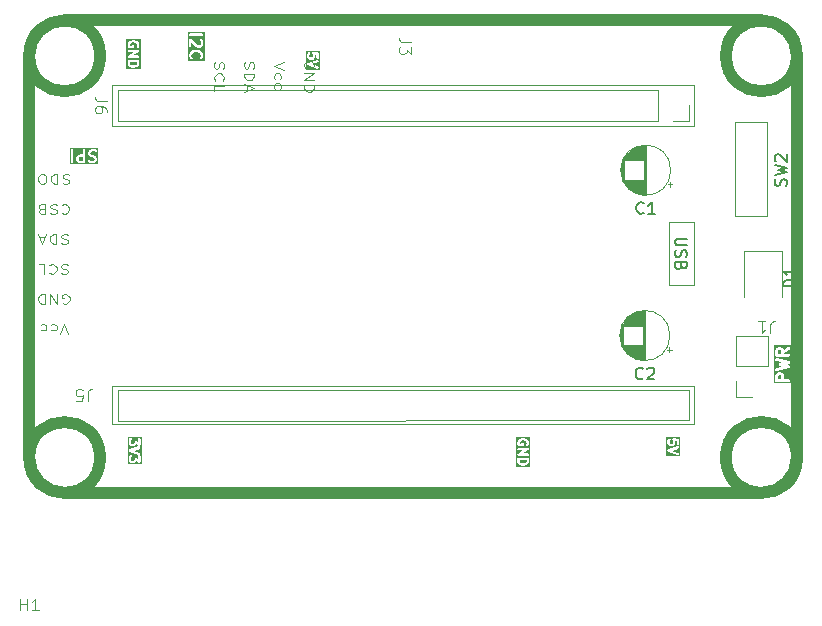
<source format=gbr>
%TF.GenerationSoftware,KiCad,Pcbnew,8.0.4*%
%TF.CreationDate,2024-07-25T22:54:18-04:00*%
%TF.ProjectId,esp32-node-board-40x65_telemetry,65737033-322d-46e6-9f64-652d626f6172,rev?*%
%TF.SameCoordinates,Original*%
%TF.FileFunction,Legend,Top*%
%TF.FilePolarity,Positive*%
%FSLAX46Y46*%
G04 Gerber Fmt 4.6, Leading zero omitted, Abs format (unit mm)*
G04 Created by KiCad (PCBNEW 8.0.4) date 2024-07-25 22:54:18*
%MOMM*%
%LPD*%
G01*
G04 APERTURE LIST*
%ADD10C,0.250000*%
%ADD11C,0.150000*%
%ADD12C,0.100000*%
%ADD13C,0.200000*%
%ADD14C,0.120000*%
%ADD15C,1.000000*%
G04 APERTURE END LIST*
D10*
G36*
X143519145Y-111626353D02*
G01*
X143538077Y-111645286D01*
X143563428Y-111695987D01*
X143563428Y-111922431D01*
X143289619Y-111922431D01*
X143289619Y-111695987D01*
X143314969Y-111645285D01*
X143333902Y-111626353D01*
X143384604Y-111601003D01*
X143468444Y-111601003D01*
X143519145Y-111626353D01*
G37*
G36*
X143519145Y-109483496D02*
G01*
X143538077Y-109502429D01*
X143563428Y-109553130D01*
X143563428Y-109779574D01*
X143289619Y-109779574D01*
X143289619Y-109553130D01*
X143314969Y-109502428D01*
X143333902Y-109483496D01*
X143384604Y-109458146D01*
X143468444Y-109458146D01*
X143519145Y-109483496D01*
G37*
G36*
X144414590Y-112297431D02*
G01*
X142914619Y-112297431D01*
X142914619Y-111666479D01*
X143039619Y-111666479D01*
X143039619Y-112047431D01*
X143042021Y-112071817D01*
X143060685Y-112116877D01*
X143095173Y-112151365D01*
X143140233Y-112170029D01*
X143164619Y-112172431D01*
X144164619Y-112172431D01*
X144189005Y-112170029D01*
X144234065Y-112151365D01*
X144268553Y-112116877D01*
X144287217Y-112071817D01*
X144287217Y-112023045D01*
X144268553Y-111977985D01*
X144234065Y-111943497D01*
X144189005Y-111924833D01*
X144164619Y-111922431D01*
X143813428Y-111922431D01*
X143813428Y-111666479D01*
X143811026Y-111642093D01*
X143809307Y-111637943D01*
X143808989Y-111633463D01*
X143800231Y-111610577D01*
X143752612Y-111515339D01*
X143746005Y-111504844D01*
X143744742Y-111501794D01*
X143741923Y-111498359D01*
X143739558Y-111494602D01*
X143737066Y-111492440D01*
X143729197Y-111482852D01*
X143681578Y-111435234D01*
X143671992Y-111427367D01*
X143669829Y-111424873D01*
X143666067Y-111422504D01*
X143662636Y-111419689D01*
X143659589Y-111418427D01*
X143649091Y-111411818D01*
X143553854Y-111364200D01*
X143530968Y-111355442D01*
X143526486Y-111355123D01*
X143522338Y-111353405D01*
X143497952Y-111351003D01*
X143355095Y-111351003D01*
X143330709Y-111353405D01*
X143326559Y-111355123D01*
X143322079Y-111355442D01*
X143299193Y-111364200D01*
X143203955Y-111411819D01*
X143193460Y-111418425D01*
X143190410Y-111419689D01*
X143186975Y-111422507D01*
X143183218Y-111424873D01*
X143181056Y-111427364D01*
X143171468Y-111435234D01*
X143123850Y-111482853D01*
X143115983Y-111492438D01*
X143113489Y-111494602D01*
X143111120Y-111498363D01*
X143108305Y-111501795D01*
X143107043Y-111504841D01*
X143100434Y-111515340D01*
X143052816Y-111610577D01*
X143044058Y-111633463D01*
X143043739Y-111637944D01*
X143042021Y-111642093D01*
X143039619Y-111666479D01*
X142914619Y-111666479D01*
X142914619Y-110280854D01*
X143039707Y-110280854D01*
X143047426Y-110329011D01*
X143072988Y-110370550D01*
X143112500Y-110399143D01*
X143135666Y-110407128D01*
X143653759Y-110530483D01*
X143418125Y-110593319D01*
X143412413Y-110595460D01*
X143410012Y-110595780D01*
X143407160Y-110597430D01*
X143395182Y-110601923D01*
X143382082Y-110611949D01*
X143367802Y-110620217D01*
X143362881Y-110626646D01*
X143356452Y-110631567D01*
X143348184Y-110645847D01*
X143338158Y-110658947D01*
X143336071Y-110666769D01*
X143332015Y-110673777D01*
X143329841Y-110690131D01*
X143325591Y-110706072D01*
X143326657Y-110714098D01*
X143325591Y-110722124D01*
X143329841Y-110738064D01*
X143332015Y-110754419D01*
X143336071Y-110761426D01*
X143338158Y-110769249D01*
X143348184Y-110782348D01*
X143356452Y-110796629D01*
X143362881Y-110801549D01*
X143367802Y-110807979D01*
X143382082Y-110816246D01*
X143395182Y-110826273D01*
X143407160Y-110830765D01*
X143410012Y-110832416D01*
X143412413Y-110832735D01*
X143418125Y-110834877D01*
X143653759Y-110897712D01*
X143135666Y-111021068D01*
X143112500Y-111029053D01*
X143072988Y-111057646D01*
X143047426Y-111099185D01*
X143039707Y-111147342D01*
X143051003Y-111194788D01*
X143079596Y-111234300D01*
X143121135Y-111259862D01*
X143169292Y-111267581D01*
X143193572Y-111264270D01*
X144193572Y-111026175D01*
X144201939Y-111023290D01*
X144204941Y-111022892D01*
X144207654Y-111021320D01*
X144216738Y-111018190D01*
X144231443Y-111007548D01*
X144247150Y-110998455D01*
X144251049Y-110993360D01*
X144256250Y-110989597D01*
X144265764Y-110974135D01*
X144276794Y-110959726D01*
X144278447Y-110953525D01*
X144281812Y-110948058D01*
X144284684Y-110930136D01*
X144289361Y-110912600D01*
X144288515Y-110906236D01*
X144289531Y-110899901D01*
X144285329Y-110882252D01*
X144282938Y-110864253D01*
X144279720Y-110858696D01*
X144278235Y-110852455D01*
X144267594Y-110837750D01*
X144258500Y-110822043D01*
X144253405Y-110818143D01*
X144249642Y-110812943D01*
X144234180Y-110803428D01*
X144219771Y-110792399D01*
X144210775Y-110789025D01*
X144208103Y-110787381D01*
X144205110Y-110786901D01*
X144196827Y-110783795D01*
X143935462Y-110714098D01*
X144196827Y-110644401D01*
X144205110Y-110641294D01*
X144208103Y-110640815D01*
X144210775Y-110639170D01*
X144219771Y-110635797D01*
X144234180Y-110624767D01*
X144249642Y-110615253D01*
X144253405Y-110610052D01*
X144258500Y-110606153D01*
X144267594Y-110590445D01*
X144278235Y-110575741D01*
X144279720Y-110569499D01*
X144282938Y-110563943D01*
X144285329Y-110545943D01*
X144289531Y-110528295D01*
X144288515Y-110521959D01*
X144289361Y-110515596D01*
X144284684Y-110498059D01*
X144281812Y-110480138D01*
X144278447Y-110474670D01*
X144276794Y-110468470D01*
X144265764Y-110454060D01*
X144256250Y-110438599D01*
X144251049Y-110434835D01*
X144247150Y-110429741D01*
X144231443Y-110420647D01*
X144216738Y-110410006D01*
X144207654Y-110406875D01*
X144204941Y-110405304D01*
X144201939Y-110404905D01*
X144193572Y-110402021D01*
X143193572Y-110163926D01*
X143169292Y-110160615D01*
X143121135Y-110168334D01*
X143079596Y-110193896D01*
X143051003Y-110233408D01*
X143039707Y-110280854D01*
X142914619Y-110280854D01*
X142914619Y-109523622D01*
X143039619Y-109523622D01*
X143039619Y-109904574D01*
X143042021Y-109928960D01*
X143060685Y-109974020D01*
X143095173Y-110008508D01*
X143140233Y-110027172D01*
X143164619Y-110029574D01*
X144164619Y-110029574D01*
X144189005Y-110027172D01*
X144234065Y-110008508D01*
X144268553Y-109974020D01*
X144287217Y-109928960D01*
X144287217Y-109880188D01*
X144268553Y-109835128D01*
X144234065Y-109800640D01*
X144189005Y-109781976D01*
X144164619Y-109779574D01*
X143813428Y-109779574D01*
X143813428Y-109731561D01*
X144236302Y-109435550D01*
X144254902Y-109419598D01*
X144281114Y-109378467D01*
X144289590Y-109330436D01*
X144279040Y-109282818D01*
X144251071Y-109242863D01*
X144209941Y-109216651D01*
X144161909Y-109208175D01*
X144114292Y-109218725D01*
X144092936Y-109230742D01*
X143788347Y-109443953D01*
X143752612Y-109372482D01*
X143746005Y-109361987D01*
X143744742Y-109358937D01*
X143741923Y-109355502D01*
X143739558Y-109351745D01*
X143737066Y-109349583D01*
X143729197Y-109339995D01*
X143681578Y-109292377D01*
X143671992Y-109284510D01*
X143669829Y-109282016D01*
X143666067Y-109279647D01*
X143662636Y-109276832D01*
X143659589Y-109275570D01*
X143649091Y-109268961D01*
X143553854Y-109221343D01*
X143530968Y-109212585D01*
X143526486Y-109212266D01*
X143522338Y-109210548D01*
X143497952Y-109208146D01*
X143355095Y-109208146D01*
X143330709Y-109210548D01*
X143326559Y-109212266D01*
X143322079Y-109212585D01*
X143299193Y-109221343D01*
X143203955Y-109268962D01*
X143193460Y-109275568D01*
X143190410Y-109276832D01*
X143186975Y-109279650D01*
X143183218Y-109282016D01*
X143181056Y-109284507D01*
X143171468Y-109292377D01*
X143123850Y-109339996D01*
X143115983Y-109349581D01*
X143113489Y-109351745D01*
X143111120Y-109355506D01*
X143108305Y-109358938D01*
X143107043Y-109361984D01*
X143100434Y-109372483D01*
X143052816Y-109467720D01*
X143044058Y-109490606D01*
X143043739Y-109495087D01*
X143042021Y-109499236D01*
X143039619Y-109523622D01*
X142914619Y-109523622D01*
X142914619Y-109083146D01*
X144414590Y-109083146D01*
X144414590Y-112297431D01*
G37*
D11*
X143947200Y-95583332D02*
X143994819Y-95440475D01*
X143994819Y-95440475D02*
X143994819Y-95202380D01*
X143994819Y-95202380D02*
X143947200Y-95107142D01*
X143947200Y-95107142D02*
X143899580Y-95059523D01*
X143899580Y-95059523D02*
X143804342Y-95011904D01*
X143804342Y-95011904D02*
X143709104Y-95011904D01*
X143709104Y-95011904D02*
X143613866Y-95059523D01*
X143613866Y-95059523D02*
X143566247Y-95107142D01*
X143566247Y-95107142D02*
X143518628Y-95202380D01*
X143518628Y-95202380D02*
X143471009Y-95392856D01*
X143471009Y-95392856D02*
X143423390Y-95488094D01*
X143423390Y-95488094D02*
X143375771Y-95535713D01*
X143375771Y-95535713D02*
X143280533Y-95583332D01*
X143280533Y-95583332D02*
X143185295Y-95583332D01*
X143185295Y-95583332D02*
X143090057Y-95535713D01*
X143090057Y-95535713D02*
X143042438Y-95488094D01*
X143042438Y-95488094D02*
X142994819Y-95392856D01*
X142994819Y-95392856D02*
X142994819Y-95154761D01*
X142994819Y-95154761D02*
X143042438Y-95011904D01*
X142994819Y-94678570D02*
X143994819Y-94440475D01*
X143994819Y-94440475D02*
X143280533Y-94249999D01*
X143280533Y-94249999D02*
X143994819Y-94059523D01*
X143994819Y-94059523D02*
X142994819Y-93821428D01*
X143090057Y-93488094D02*
X143042438Y-93440475D01*
X143042438Y-93440475D02*
X142994819Y-93345237D01*
X142994819Y-93345237D02*
X142994819Y-93107142D01*
X142994819Y-93107142D02*
X143042438Y-93011904D01*
X143042438Y-93011904D02*
X143090057Y-92964285D01*
X143090057Y-92964285D02*
X143185295Y-92916666D01*
X143185295Y-92916666D02*
X143280533Y-92916666D01*
X143280533Y-92916666D02*
X143423390Y-92964285D01*
X143423390Y-92964285D02*
X143994819Y-93535713D01*
X143994819Y-93535713D02*
X143994819Y-92916666D01*
D12*
X86452580Y-88416666D02*
X85738295Y-88416666D01*
X85738295Y-88416666D02*
X85595438Y-88369047D01*
X85595438Y-88369047D02*
X85500200Y-88273809D01*
X85500200Y-88273809D02*
X85452580Y-88130952D01*
X85452580Y-88130952D02*
X85452580Y-88035714D01*
X86452580Y-89321428D02*
X86452580Y-89130952D01*
X86452580Y-89130952D02*
X86404961Y-89035714D01*
X86404961Y-89035714D02*
X86357342Y-88988095D01*
X86357342Y-88988095D02*
X86214485Y-88892857D01*
X86214485Y-88892857D02*
X86024009Y-88845238D01*
X86024009Y-88845238D02*
X85643057Y-88845238D01*
X85643057Y-88845238D02*
X85547819Y-88892857D01*
X85547819Y-88892857D02*
X85500200Y-88940476D01*
X85500200Y-88940476D02*
X85452580Y-89035714D01*
X85452580Y-89035714D02*
X85452580Y-89226190D01*
X85452580Y-89226190D02*
X85500200Y-89321428D01*
X85500200Y-89321428D02*
X85547819Y-89369047D01*
X85547819Y-89369047D02*
X85643057Y-89416666D01*
X85643057Y-89416666D02*
X85881152Y-89416666D01*
X85881152Y-89416666D02*
X85976390Y-89369047D01*
X85976390Y-89369047D02*
X86024009Y-89321428D01*
X86024009Y-89321428D02*
X86071628Y-89226190D01*
X86071628Y-89226190D02*
X86071628Y-89035714D01*
X86071628Y-89035714D02*
X86024009Y-88940476D01*
X86024009Y-88940476D02*
X85976390Y-88892857D01*
X85976390Y-88892857D02*
X85881152Y-88845238D01*
D13*
G36*
X89000304Y-85183147D02*
G01*
X88974806Y-85259640D01*
X88926782Y-85307664D01*
X88874924Y-85333593D01*
X88745137Y-85366041D01*
X88655471Y-85366041D01*
X88525684Y-85333593D01*
X88473827Y-85307665D01*
X88425802Y-85259640D01*
X88400304Y-85183146D01*
X88400304Y-85108898D01*
X89000304Y-85108898D01*
X89000304Y-85183147D01*
G37*
G36*
X89300304Y-85666041D02*
G01*
X88100304Y-85666041D01*
X88100304Y-85008898D01*
X88200304Y-85008898D01*
X88200304Y-85199374D01*
X88201276Y-85209247D01*
X88201089Y-85211882D01*
X88201876Y-85215345D01*
X88202225Y-85218883D01*
X88203236Y-85221324D01*
X88205436Y-85230997D01*
X88243532Y-85345283D01*
X88251524Y-85363183D01*
X88253877Y-85365896D01*
X88255253Y-85369217D01*
X88267689Y-85384371D01*
X88343879Y-85460561D01*
X88351545Y-85466852D01*
X88353278Y-85468850D01*
X88356289Y-85470745D01*
X88359033Y-85472997D01*
X88361470Y-85474006D01*
X88369869Y-85479293D01*
X88446059Y-85517388D01*
X88447483Y-85517933D01*
X88448065Y-85518364D01*
X88456256Y-85521290D01*
X88464367Y-85524394D01*
X88465087Y-85524445D01*
X88466526Y-85524959D01*
X88618907Y-85563055D01*
X88622288Y-85563555D01*
X88623652Y-85564120D01*
X88631000Y-85564843D01*
X88638299Y-85565923D01*
X88639757Y-85565705D01*
X88643161Y-85566041D01*
X88757447Y-85566041D01*
X88760850Y-85565705D01*
X88762309Y-85565923D01*
X88769607Y-85564843D01*
X88776956Y-85564120D01*
X88778319Y-85563555D01*
X88781701Y-85563055D01*
X88934082Y-85524959D01*
X88935520Y-85524445D01*
X88936240Y-85524394D01*
X88944342Y-85521293D01*
X88952543Y-85518364D01*
X88953124Y-85517933D01*
X88954549Y-85517388D01*
X89030740Y-85479293D01*
X89039136Y-85474007D01*
X89041576Y-85472997D01*
X89044322Y-85470743D01*
X89047330Y-85468850D01*
X89049060Y-85466855D01*
X89056730Y-85460561D01*
X89132920Y-85384371D01*
X89145356Y-85369217D01*
X89146730Y-85365898D01*
X89149086Y-85363183D01*
X89157077Y-85345283D01*
X89195172Y-85230996D01*
X89197371Y-85221325D01*
X89198383Y-85218883D01*
X89198731Y-85215343D01*
X89199519Y-85211881D01*
X89199331Y-85209247D01*
X89200304Y-85199374D01*
X89200304Y-85008898D01*
X89198383Y-84989389D01*
X89183451Y-84953341D01*
X89155861Y-84925751D01*
X89119813Y-84910819D01*
X89100304Y-84908898D01*
X88300304Y-84908898D01*
X88280795Y-84910819D01*
X88244747Y-84925751D01*
X88217157Y-84953341D01*
X88202225Y-84989389D01*
X88200304Y-85008898D01*
X88100304Y-85008898D01*
X88100304Y-84620961D01*
X88200548Y-84620961D01*
X88202225Y-84634154D01*
X88202225Y-84647455D01*
X88204664Y-84653343D01*
X88205468Y-84659668D01*
X88212068Y-84671217D01*
X88217157Y-84683503D01*
X88221664Y-84688010D01*
X88224827Y-84693545D01*
X88235341Y-84701687D01*
X88244747Y-84711093D01*
X88250637Y-84713532D01*
X88255676Y-84717435D01*
X88268504Y-84720933D01*
X88280795Y-84726025D01*
X88290772Y-84727007D01*
X88293319Y-84727702D01*
X88295286Y-84727451D01*
X88300304Y-84727946D01*
X89100304Y-84727946D01*
X89119813Y-84726025D01*
X89155861Y-84711093D01*
X89183451Y-84683503D01*
X89198383Y-84647455D01*
X89198383Y-84608437D01*
X89183451Y-84572389D01*
X89155861Y-84544799D01*
X89119813Y-84529867D01*
X89100304Y-84527946D01*
X88676860Y-84527946D01*
X89149918Y-84257627D01*
X89154028Y-84254708D01*
X89155861Y-84253950D01*
X89157727Y-84252083D01*
X89165903Y-84246280D01*
X89174045Y-84235765D01*
X89183451Y-84226360D01*
X89185890Y-84220469D01*
X89189793Y-84215431D01*
X89193291Y-84202603D01*
X89198383Y-84190312D01*
X89198383Y-84183935D01*
X89200060Y-84177787D01*
X89198383Y-84164593D01*
X89198383Y-84151294D01*
X89195943Y-84145405D01*
X89195140Y-84139081D01*
X89188539Y-84127531D01*
X89183451Y-84115246D01*
X89178943Y-84110738D01*
X89175781Y-84105204D01*
X89165266Y-84097061D01*
X89155861Y-84087656D01*
X89149970Y-84085216D01*
X89144932Y-84081314D01*
X89132103Y-84077815D01*
X89119813Y-84072724D01*
X89109835Y-84071741D01*
X89107289Y-84071047D01*
X89105321Y-84071297D01*
X89100304Y-84070803D01*
X88300304Y-84070803D01*
X88280795Y-84072724D01*
X88244747Y-84087656D01*
X88217157Y-84115246D01*
X88202225Y-84151294D01*
X88202225Y-84190312D01*
X88217157Y-84226360D01*
X88244747Y-84253950D01*
X88280795Y-84268882D01*
X88300304Y-84270803D01*
X88723748Y-84270803D01*
X88250690Y-84541122D01*
X88246579Y-84544040D01*
X88244747Y-84544799D01*
X88242880Y-84546665D01*
X88234705Y-84552469D01*
X88226562Y-84562983D01*
X88217157Y-84572389D01*
X88214717Y-84578279D01*
X88210815Y-84583318D01*
X88207316Y-84596146D01*
X88202225Y-84608437D01*
X88202225Y-84614812D01*
X88200548Y-84620961D01*
X88100304Y-84620961D01*
X88100304Y-83599374D01*
X88200304Y-83599374D01*
X88200304Y-83675565D01*
X88201276Y-83685438D01*
X88201089Y-83688073D01*
X88201876Y-83691537D01*
X88202225Y-83695074D01*
X88203236Y-83697514D01*
X88205436Y-83707189D01*
X88243532Y-83821473D01*
X88251524Y-83839374D01*
X88253877Y-83842087D01*
X88255252Y-83845406D01*
X88267688Y-83860560D01*
X88305783Y-83898656D01*
X88320936Y-83911092D01*
X88320937Y-83911092D01*
X88320938Y-83911093D01*
X88356986Y-83926025D01*
X88376495Y-83927946D01*
X88643161Y-83927946D01*
X88662670Y-83926025D01*
X88698718Y-83911093D01*
X88726308Y-83883503D01*
X88741240Y-83847455D01*
X88743161Y-83827946D01*
X88743161Y-83675565D01*
X88741240Y-83656056D01*
X88726308Y-83620008D01*
X88698718Y-83592418D01*
X88662670Y-83577486D01*
X88623652Y-83577486D01*
X88587604Y-83592418D01*
X88560014Y-83620008D01*
X88545082Y-83656056D01*
X88543161Y-83675565D01*
X88543161Y-83727946D01*
X88423174Y-83727946D01*
X88400304Y-83659336D01*
X88400304Y-83615601D01*
X88425802Y-83539107D01*
X88473827Y-83491083D01*
X88525684Y-83465154D01*
X88655471Y-83432707D01*
X88745137Y-83432707D01*
X88874924Y-83465154D01*
X88926782Y-83491083D01*
X88974806Y-83539107D01*
X89000304Y-83615600D01*
X89000304Y-83690053D01*
X88972766Y-83745129D01*
X88965760Y-83763437D01*
X88962994Y-83802357D01*
X88975333Y-83839373D01*
X89000897Y-83868850D01*
X89035796Y-83886299D01*
X89074716Y-83889065D01*
X89111732Y-83876726D01*
X89141209Y-83851162D01*
X89151652Y-83834571D01*
X89189747Y-83758381D01*
X89196753Y-83740073D01*
X89197007Y-83736489D01*
X89198383Y-83733169D01*
X89200304Y-83713660D01*
X89200304Y-83599374D01*
X89199331Y-83589500D01*
X89199519Y-83586867D01*
X89198731Y-83583404D01*
X89198383Y-83579865D01*
X89197371Y-83577422D01*
X89195172Y-83567752D01*
X89157077Y-83453465D01*
X89149086Y-83435565D01*
X89146730Y-83432849D01*
X89145356Y-83429531D01*
X89132920Y-83414377D01*
X89056730Y-83338187D01*
X89049060Y-83331892D01*
X89047330Y-83329898D01*
X89044322Y-83328004D01*
X89041576Y-83325751D01*
X89039136Y-83324740D01*
X89030740Y-83319455D01*
X88954549Y-83281360D01*
X88953124Y-83280814D01*
X88952543Y-83280384D01*
X88944342Y-83277454D01*
X88936240Y-83274354D01*
X88935520Y-83274302D01*
X88934082Y-83273789D01*
X88781701Y-83235693D01*
X88778319Y-83235192D01*
X88776956Y-83234628D01*
X88769607Y-83233904D01*
X88762309Y-83232825D01*
X88760850Y-83233042D01*
X88757447Y-83232707D01*
X88643161Y-83232707D01*
X88639757Y-83233042D01*
X88638299Y-83232825D01*
X88631000Y-83233904D01*
X88623652Y-83234628D01*
X88622288Y-83235192D01*
X88618907Y-83235693D01*
X88466526Y-83273789D01*
X88465087Y-83274302D01*
X88464367Y-83274354D01*
X88456256Y-83277457D01*
X88448065Y-83280384D01*
X88447483Y-83280814D01*
X88446059Y-83281360D01*
X88369869Y-83319455D01*
X88361470Y-83324741D01*
X88359033Y-83325751D01*
X88356289Y-83328002D01*
X88353278Y-83329898D01*
X88351545Y-83331895D01*
X88343879Y-83338187D01*
X88267689Y-83414377D01*
X88255253Y-83429531D01*
X88253877Y-83432851D01*
X88251524Y-83435565D01*
X88243532Y-83453465D01*
X88205436Y-83567751D01*
X88203236Y-83577423D01*
X88202225Y-83579865D01*
X88201876Y-83583402D01*
X88201089Y-83586866D01*
X88201276Y-83589500D01*
X88200304Y-83599374D01*
X88100304Y-83599374D01*
X88100304Y-83132707D01*
X89300304Y-83132707D01*
X89300304Y-85666041D01*
G37*
G36*
X135000304Y-118452221D02*
G01*
X133800304Y-118452221D01*
X133800304Y-117973833D01*
X133901089Y-117973833D01*
X133901977Y-117986340D01*
X133901089Y-117998847D01*
X133903348Y-118005625D01*
X133903855Y-118012753D01*
X133909461Y-118023965D01*
X133913427Y-118035863D01*
X133918110Y-118041262D01*
X133921305Y-118047652D01*
X133930779Y-118055869D01*
X133938993Y-118065339D01*
X133945380Y-118068532D01*
X133950781Y-118073217D01*
X133968681Y-118081208D01*
X134768681Y-118347874D01*
X134787797Y-118352221D01*
X134826717Y-118349455D01*
X134861616Y-118332005D01*
X134887181Y-118302529D01*
X134899519Y-118265513D01*
X134896753Y-118226593D01*
X134879304Y-118191694D01*
X134849827Y-118166129D01*
X134831927Y-118158138D01*
X134316531Y-117986339D01*
X134831927Y-117814541D01*
X134849827Y-117806550D01*
X134879303Y-117780985D01*
X134896753Y-117746086D01*
X134899519Y-117707166D01*
X134887180Y-117670150D01*
X134861615Y-117640674D01*
X134826716Y-117623224D01*
X134787796Y-117620458D01*
X134768681Y-117624805D01*
X133968681Y-117891472D01*
X133950781Y-117899463D01*
X133945381Y-117904146D01*
X133938992Y-117907341D01*
X133930774Y-117916815D01*
X133921305Y-117925029D01*
X133918111Y-117931416D01*
X133913427Y-117936817D01*
X133909461Y-117948715D01*
X133903855Y-117959927D01*
X133903348Y-117967054D01*
X133901089Y-117973833D01*
X133800304Y-117973833D01*
X133800304Y-117148244D01*
X133900304Y-117148244D01*
X133900304Y-117338720D01*
X133902225Y-117358229D01*
X133903600Y-117361549D01*
X133903855Y-117365133D01*
X133910862Y-117383442D01*
X133948957Y-117459633D01*
X133954243Y-117468031D01*
X133955253Y-117470468D01*
X133957504Y-117473211D01*
X133959400Y-117476223D01*
X133961397Y-117477955D01*
X133967689Y-117485622D01*
X134005784Y-117523716D01*
X134013450Y-117530008D01*
X134015183Y-117532006D01*
X134018191Y-117533899D01*
X134020937Y-117536153D01*
X134023377Y-117537163D01*
X134031774Y-117542449D01*
X134107964Y-117580544D01*
X134126272Y-117587550D01*
X134129855Y-117587804D01*
X134133176Y-117589180D01*
X134152685Y-117591101D01*
X134343161Y-117591101D01*
X134362670Y-117589180D01*
X134365990Y-117587804D01*
X134369573Y-117587550D01*
X134387882Y-117580544D01*
X134464073Y-117542449D01*
X134472469Y-117537163D01*
X134474909Y-117536153D01*
X134477655Y-117533899D01*
X134480663Y-117532006D01*
X134482393Y-117530011D01*
X134490063Y-117523717D01*
X134528157Y-117485622D01*
X134534451Y-117477952D01*
X134536447Y-117476222D01*
X134538338Y-117473216D01*
X134540594Y-117470469D01*
X134541605Y-117468027D01*
X134546890Y-117459632D01*
X134584985Y-117383441D01*
X134591991Y-117365132D01*
X134592245Y-117361549D01*
X134593621Y-117358229D01*
X134595542Y-117338720D01*
X134595542Y-117152076D01*
X134700304Y-117162552D01*
X134700304Y-117453006D01*
X134702225Y-117472515D01*
X134717157Y-117508563D01*
X134744747Y-117536153D01*
X134780795Y-117551085D01*
X134819813Y-117551085D01*
X134855861Y-117536153D01*
X134883451Y-117508563D01*
X134898383Y-117472515D01*
X134900304Y-117453006D01*
X134900304Y-117072054D01*
X134899593Y-117064837D01*
X134899837Y-117062401D01*
X134899119Y-117060022D01*
X134898383Y-117052545D01*
X134892786Y-117039035D01*
X134888566Y-117025046D01*
X134885378Y-117021149D01*
X134883451Y-117016497D01*
X134873114Y-117006160D01*
X134863859Y-116994848D01*
X134859421Y-116992467D01*
X134855861Y-116988907D01*
X134842358Y-116983313D01*
X134829476Y-116976403D01*
X134822110Y-116974926D01*
X134819813Y-116973975D01*
X134817363Y-116973975D01*
X134810254Y-116972550D01*
X134429303Y-116934454D01*
X134409699Y-116934425D01*
X134404879Y-116935879D01*
X134399844Y-116935879D01*
X134386339Y-116941472D01*
X134372344Y-116945695D01*
X134368446Y-116948883D01*
X134363796Y-116950810D01*
X134353458Y-116961147D01*
X134342146Y-116970403D01*
X134339766Y-116974838D01*
X134336205Y-116978400D01*
X134330611Y-116991903D01*
X134323701Y-117004786D01*
X134323199Y-117009798D01*
X134321274Y-117014448D01*
X134321273Y-117029062D01*
X134319819Y-117043611D01*
X134321273Y-117048430D01*
X134321273Y-117053466D01*
X134326866Y-117066970D01*
X134331089Y-117080966D01*
X134334277Y-117084863D01*
X134336204Y-117089514D01*
X134348640Y-117104668D01*
X134375261Y-117131290D01*
X134395542Y-117171851D01*
X134395542Y-117315113D01*
X134375261Y-117355675D01*
X134360115Y-117370820D01*
X134319554Y-117391101D01*
X134176292Y-117391101D01*
X134135730Y-117370820D01*
X134120584Y-117355673D01*
X134100304Y-117315113D01*
X134100304Y-117171850D01*
X134120585Y-117131290D01*
X134147206Y-117104668D01*
X134159643Y-117089514D01*
X134174574Y-117053466D01*
X134174573Y-117014448D01*
X134159641Y-116978400D01*
X134132051Y-116950810D01*
X134096003Y-116935879D01*
X134056985Y-116935880D01*
X134020936Y-116950812D01*
X134005783Y-116963248D01*
X133967688Y-117001344D01*
X133961394Y-117009013D01*
X133959401Y-117010742D01*
X133957508Y-117013747D01*
X133955252Y-117016498D01*
X133954240Y-117018940D01*
X133948958Y-117027332D01*
X133910862Y-117103522D01*
X133903855Y-117121830D01*
X133903600Y-117125415D01*
X133902225Y-117128735D01*
X133900304Y-117148244D01*
X133800304Y-117148244D01*
X133800304Y-116834425D01*
X135000304Y-116834425D01*
X135000304Y-118452221D01*
G37*
G36*
X89400304Y-119138720D02*
G01*
X88200304Y-119138720D01*
X88200304Y-118557768D01*
X88300304Y-118557768D01*
X88300304Y-118786339D01*
X88302225Y-118805848D01*
X88303600Y-118809168D01*
X88303855Y-118812752D01*
X88310862Y-118831061D01*
X88348957Y-118907252D01*
X88354243Y-118915650D01*
X88355253Y-118918087D01*
X88357504Y-118920830D01*
X88359400Y-118923842D01*
X88361397Y-118925574D01*
X88367689Y-118933241D01*
X88405784Y-118971335D01*
X88413450Y-118977627D01*
X88415183Y-118979625D01*
X88418191Y-118981518D01*
X88420937Y-118983772D01*
X88423377Y-118984782D01*
X88431774Y-118990068D01*
X88507964Y-119028163D01*
X88526272Y-119035169D01*
X88529855Y-119035423D01*
X88533176Y-119036799D01*
X88552685Y-119038720D01*
X88743161Y-119038720D01*
X88762670Y-119036799D01*
X88765990Y-119035423D01*
X88769573Y-119035169D01*
X88787882Y-119028163D01*
X88864073Y-118990068D01*
X88872469Y-118984782D01*
X88874909Y-118983772D01*
X88877655Y-118981518D01*
X88880663Y-118979625D01*
X88882393Y-118977630D01*
X88890063Y-118971336D01*
X88928157Y-118933241D01*
X88934451Y-118925571D01*
X88936447Y-118923841D01*
X88938338Y-118920835D01*
X88940594Y-118918088D01*
X88941605Y-118915646D01*
X88946890Y-118907251D01*
X88966851Y-118867326D01*
X89134454Y-119013978D01*
X89142887Y-119020007D01*
X89144747Y-119021867D01*
X89146510Y-119022597D01*
X89150401Y-119025379D01*
X89165787Y-119030582D01*
X89180795Y-119036799D01*
X89184169Y-119036799D01*
X89187363Y-119037879D01*
X89203565Y-119036799D01*
X89219813Y-119036799D01*
X89222928Y-119035508D01*
X89226294Y-119035284D01*
X89240862Y-119028079D01*
X89255861Y-119021867D01*
X89258243Y-119019484D01*
X89261270Y-119017988D01*
X89271978Y-119005749D01*
X89283451Y-118994277D01*
X89284740Y-118991164D01*
X89286963Y-118988624D01*
X89292168Y-118973232D01*
X89298383Y-118958229D01*
X89298851Y-118953469D01*
X89299463Y-118951662D01*
X89299288Y-118949037D01*
X89300304Y-118938720D01*
X89300304Y-118443482D01*
X89298383Y-118423973D01*
X89283451Y-118387925D01*
X89255861Y-118360335D01*
X89228021Y-118348802D01*
X89261616Y-118332005D01*
X89287181Y-118302529D01*
X89299519Y-118265513D01*
X89296753Y-118226593D01*
X89279304Y-118191694D01*
X89249827Y-118166129D01*
X89231927Y-118158138D01*
X88716531Y-117986339D01*
X89231927Y-117814541D01*
X89249827Y-117806550D01*
X89279303Y-117780985D01*
X89296753Y-117746086D01*
X89299519Y-117707166D01*
X89287180Y-117670150D01*
X89261615Y-117640674D01*
X89226716Y-117623224D01*
X89187796Y-117620458D01*
X89168681Y-117624805D01*
X88368681Y-117891472D01*
X88350781Y-117899463D01*
X88345381Y-117904146D01*
X88338992Y-117907341D01*
X88330774Y-117916815D01*
X88321305Y-117925029D01*
X88318111Y-117931416D01*
X88313427Y-117936817D01*
X88309461Y-117948715D01*
X88303855Y-117959927D01*
X88303348Y-117967054D01*
X88301089Y-117973833D01*
X88301977Y-117986340D01*
X88301089Y-117998847D01*
X88303348Y-118005625D01*
X88303855Y-118012753D01*
X88309461Y-118023965D01*
X88313427Y-118035863D01*
X88318110Y-118041262D01*
X88321305Y-118047652D01*
X88330779Y-118055869D01*
X88338993Y-118065339D01*
X88345380Y-118068532D01*
X88350781Y-118073217D01*
X88368681Y-118081208D01*
X89168681Y-118347874D01*
X89172650Y-118348776D01*
X89144747Y-118360335D01*
X89117157Y-118387925D01*
X89102225Y-118423973D01*
X89100304Y-118443482D01*
X89100304Y-118718343D01*
X88961392Y-118596796D01*
X88952958Y-118590766D01*
X88951099Y-118588907D01*
X88949335Y-118588176D01*
X88945445Y-118585395D01*
X88930056Y-118580190D01*
X88915051Y-118573975D01*
X88911677Y-118573975D01*
X88908484Y-118572895D01*
X88892281Y-118573975D01*
X88876033Y-118573975D01*
X88872917Y-118575265D01*
X88869552Y-118575490D01*
X88854991Y-118582690D01*
X88839985Y-118588907D01*
X88837600Y-118591291D01*
X88834577Y-118592787D01*
X88823879Y-118605012D01*
X88812395Y-118616497D01*
X88811104Y-118619611D01*
X88808883Y-118622151D01*
X88803678Y-118637539D01*
X88797463Y-118652545D01*
X88796994Y-118657304D01*
X88796383Y-118659112D01*
X88796557Y-118661736D01*
X88795542Y-118672054D01*
X88795542Y-118762732D01*
X88775261Y-118803294D01*
X88760115Y-118818439D01*
X88719554Y-118838720D01*
X88576292Y-118838720D01*
X88535730Y-118818439D01*
X88520584Y-118803292D01*
X88500304Y-118762732D01*
X88500304Y-118581374D01*
X88520584Y-118540814D01*
X88547205Y-118514193D01*
X88559642Y-118499040D01*
X88574573Y-118462991D01*
X88574573Y-118423973D01*
X88559642Y-118387925D01*
X88532052Y-118360335D01*
X88496004Y-118345404D01*
X88456986Y-118345404D01*
X88420937Y-118360335D01*
X88405784Y-118372772D01*
X88367689Y-118410866D01*
X88361397Y-118418532D01*
X88359400Y-118420265D01*
X88357504Y-118423276D01*
X88355253Y-118426020D01*
X88354243Y-118428456D01*
X88348957Y-118436855D01*
X88310862Y-118513046D01*
X88303855Y-118531355D01*
X88303600Y-118534938D01*
X88302225Y-118538259D01*
X88300304Y-118557768D01*
X88200304Y-118557768D01*
X88200304Y-117110149D01*
X88300304Y-117110149D01*
X88300304Y-117338720D01*
X88302225Y-117358229D01*
X88303600Y-117361549D01*
X88303855Y-117365133D01*
X88310862Y-117383442D01*
X88348957Y-117459633D01*
X88354243Y-117468031D01*
X88355253Y-117470468D01*
X88357504Y-117473211D01*
X88359400Y-117476223D01*
X88361397Y-117477955D01*
X88367689Y-117485622D01*
X88405784Y-117523716D01*
X88413450Y-117530008D01*
X88415183Y-117532006D01*
X88418191Y-117533899D01*
X88420937Y-117536153D01*
X88423377Y-117537163D01*
X88431774Y-117542449D01*
X88507964Y-117580544D01*
X88526272Y-117587550D01*
X88529855Y-117587804D01*
X88533176Y-117589180D01*
X88552685Y-117591101D01*
X88743161Y-117591101D01*
X88762670Y-117589180D01*
X88765990Y-117587804D01*
X88769573Y-117587550D01*
X88787882Y-117580544D01*
X88864073Y-117542449D01*
X88872469Y-117537163D01*
X88874909Y-117536153D01*
X88877655Y-117533899D01*
X88880663Y-117532006D01*
X88882393Y-117530011D01*
X88890063Y-117523717D01*
X88928157Y-117485622D01*
X88934451Y-117477952D01*
X88936447Y-117476222D01*
X88938338Y-117473216D01*
X88940594Y-117470469D01*
X88941605Y-117468027D01*
X88946890Y-117459632D01*
X88966851Y-117419707D01*
X89134454Y-117566359D01*
X89142887Y-117572388D01*
X89144747Y-117574248D01*
X89146510Y-117574978D01*
X89150401Y-117577760D01*
X89165787Y-117582963D01*
X89180795Y-117589180D01*
X89184169Y-117589180D01*
X89187363Y-117590260D01*
X89203565Y-117589180D01*
X89219813Y-117589180D01*
X89222928Y-117587889D01*
X89226294Y-117587665D01*
X89240862Y-117580460D01*
X89255861Y-117574248D01*
X89258243Y-117571865D01*
X89261270Y-117570369D01*
X89271978Y-117558130D01*
X89283451Y-117546658D01*
X89284740Y-117543545D01*
X89286963Y-117541005D01*
X89292168Y-117525613D01*
X89298383Y-117510610D01*
X89298851Y-117505850D01*
X89299463Y-117504043D01*
X89299288Y-117501418D01*
X89300304Y-117491101D01*
X89300304Y-116995863D01*
X89298383Y-116976354D01*
X89283451Y-116940306D01*
X89255861Y-116912716D01*
X89219813Y-116897784D01*
X89180795Y-116897784D01*
X89144747Y-116912716D01*
X89117157Y-116940306D01*
X89102225Y-116976354D01*
X89100304Y-116995863D01*
X89100304Y-117270724D01*
X88961392Y-117149177D01*
X88952958Y-117143147D01*
X88951099Y-117141288D01*
X88949335Y-117140557D01*
X88945445Y-117137776D01*
X88930056Y-117132571D01*
X88915051Y-117126356D01*
X88911677Y-117126356D01*
X88908484Y-117125276D01*
X88892281Y-117126356D01*
X88876033Y-117126356D01*
X88872917Y-117127646D01*
X88869552Y-117127871D01*
X88854991Y-117135071D01*
X88839985Y-117141288D01*
X88837600Y-117143672D01*
X88834577Y-117145168D01*
X88823879Y-117157393D01*
X88812395Y-117168878D01*
X88811104Y-117171992D01*
X88808883Y-117174532D01*
X88803678Y-117189920D01*
X88797463Y-117204926D01*
X88796994Y-117209685D01*
X88796383Y-117211493D01*
X88796557Y-117214117D01*
X88795542Y-117224435D01*
X88795542Y-117315113D01*
X88775261Y-117355675D01*
X88760115Y-117370820D01*
X88719554Y-117391101D01*
X88576292Y-117391101D01*
X88535730Y-117370820D01*
X88520584Y-117355673D01*
X88500304Y-117315113D01*
X88500304Y-117133755D01*
X88520584Y-117093195D01*
X88547205Y-117066574D01*
X88559642Y-117051421D01*
X88574573Y-117015372D01*
X88574573Y-116976354D01*
X88559642Y-116940306D01*
X88532052Y-116912716D01*
X88496004Y-116897785D01*
X88456986Y-116897785D01*
X88420937Y-116912716D01*
X88405784Y-116925153D01*
X88367689Y-116963247D01*
X88361397Y-116970913D01*
X88359400Y-116972646D01*
X88357504Y-116975657D01*
X88355253Y-116978401D01*
X88354243Y-116980837D01*
X88348957Y-116989236D01*
X88310862Y-117065427D01*
X88303855Y-117083736D01*
X88303600Y-117087319D01*
X88302225Y-117090640D01*
X88300304Y-117110149D01*
X88200304Y-117110149D01*
X88200304Y-116797784D01*
X89400304Y-116797784D01*
X89400304Y-119138720D01*
G37*
G36*
X122000304Y-118884398D02*
G01*
X121974806Y-118960891D01*
X121926782Y-119008915D01*
X121874924Y-119034844D01*
X121745137Y-119067292D01*
X121655471Y-119067292D01*
X121525684Y-119034844D01*
X121473827Y-119008916D01*
X121425802Y-118960891D01*
X121400304Y-118884397D01*
X121400304Y-118810149D01*
X122000304Y-118810149D01*
X122000304Y-118884398D01*
G37*
G36*
X122300304Y-119367292D02*
G01*
X121100304Y-119367292D01*
X121100304Y-118710149D01*
X121200304Y-118710149D01*
X121200304Y-118900625D01*
X121201276Y-118910498D01*
X121201089Y-118913133D01*
X121201876Y-118916596D01*
X121202225Y-118920134D01*
X121203236Y-118922575D01*
X121205436Y-118932248D01*
X121243532Y-119046534D01*
X121251524Y-119064434D01*
X121253877Y-119067147D01*
X121255253Y-119070468D01*
X121267689Y-119085622D01*
X121343879Y-119161812D01*
X121351545Y-119168103D01*
X121353278Y-119170101D01*
X121356289Y-119171996D01*
X121359033Y-119174248D01*
X121361470Y-119175257D01*
X121369869Y-119180544D01*
X121446059Y-119218639D01*
X121447483Y-119219184D01*
X121448065Y-119219615D01*
X121456256Y-119222541D01*
X121464367Y-119225645D01*
X121465087Y-119225696D01*
X121466526Y-119226210D01*
X121618907Y-119264306D01*
X121622288Y-119264806D01*
X121623652Y-119265371D01*
X121631000Y-119266094D01*
X121638299Y-119267174D01*
X121639757Y-119266956D01*
X121643161Y-119267292D01*
X121757447Y-119267292D01*
X121760850Y-119266956D01*
X121762309Y-119267174D01*
X121769607Y-119266094D01*
X121776956Y-119265371D01*
X121778319Y-119264806D01*
X121781701Y-119264306D01*
X121934082Y-119226210D01*
X121935520Y-119225696D01*
X121936240Y-119225645D01*
X121944342Y-119222544D01*
X121952543Y-119219615D01*
X121953124Y-119219184D01*
X121954549Y-119218639D01*
X122030740Y-119180544D01*
X122039136Y-119175258D01*
X122041576Y-119174248D01*
X122044322Y-119171994D01*
X122047330Y-119170101D01*
X122049060Y-119168106D01*
X122056730Y-119161812D01*
X122132920Y-119085622D01*
X122145356Y-119070468D01*
X122146730Y-119067149D01*
X122149086Y-119064434D01*
X122157077Y-119046534D01*
X122195172Y-118932247D01*
X122197371Y-118922576D01*
X122198383Y-118920134D01*
X122198731Y-118916594D01*
X122199519Y-118913132D01*
X122199331Y-118910498D01*
X122200304Y-118900625D01*
X122200304Y-118710149D01*
X122198383Y-118690640D01*
X122183451Y-118654592D01*
X122155861Y-118627002D01*
X122119813Y-118612070D01*
X122100304Y-118610149D01*
X121300304Y-118610149D01*
X121280795Y-118612070D01*
X121244747Y-118627002D01*
X121217157Y-118654592D01*
X121202225Y-118690640D01*
X121200304Y-118710149D01*
X121100304Y-118710149D01*
X121100304Y-118322212D01*
X121200548Y-118322212D01*
X121202225Y-118335405D01*
X121202225Y-118348706D01*
X121204664Y-118354594D01*
X121205468Y-118360919D01*
X121212068Y-118372468D01*
X121217157Y-118384754D01*
X121221664Y-118389261D01*
X121224827Y-118394796D01*
X121235341Y-118402938D01*
X121244747Y-118412344D01*
X121250637Y-118414783D01*
X121255676Y-118418686D01*
X121268504Y-118422184D01*
X121280795Y-118427276D01*
X121290772Y-118428258D01*
X121293319Y-118428953D01*
X121295286Y-118428702D01*
X121300304Y-118429197D01*
X122100304Y-118429197D01*
X122119813Y-118427276D01*
X122155861Y-118412344D01*
X122183451Y-118384754D01*
X122198383Y-118348706D01*
X122198383Y-118309688D01*
X122183451Y-118273640D01*
X122155861Y-118246050D01*
X122119813Y-118231118D01*
X122100304Y-118229197D01*
X121676860Y-118229197D01*
X122149918Y-117958878D01*
X122154028Y-117955959D01*
X122155861Y-117955201D01*
X122157727Y-117953334D01*
X122165903Y-117947531D01*
X122174045Y-117937016D01*
X122183451Y-117927611D01*
X122185890Y-117921720D01*
X122189793Y-117916682D01*
X122193291Y-117903854D01*
X122198383Y-117891563D01*
X122198383Y-117885186D01*
X122200060Y-117879038D01*
X122198383Y-117865844D01*
X122198383Y-117852545D01*
X122195943Y-117846656D01*
X122195140Y-117840332D01*
X122188539Y-117828782D01*
X122183451Y-117816497D01*
X122178943Y-117811989D01*
X122175781Y-117806455D01*
X122165266Y-117798312D01*
X122155861Y-117788907D01*
X122149970Y-117786467D01*
X122144932Y-117782565D01*
X122132103Y-117779066D01*
X122119813Y-117773975D01*
X122109835Y-117772992D01*
X122107289Y-117772298D01*
X122105321Y-117772548D01*
X122100304Y-117772054D01*
X121300304Y-117772054D01*
X121280795Y-117773975D01*
X121244747Y-117788907D01*
X121217157Y-117816497D01*
X121202225Y-117852545D01*
X121202225Y-117891563D01*
X121217157Y-117927611D01*
X121244747Y-117955201D01*
X121280795Y-117970133D01*
X121300304Y-117972054D01*
X121723748Y-117972054D01*
X121250690Y-118242373D01*
X121246579Y-118245291D01*
X121244747Y-118246050D01*
X121242880Y-118247916D01*
X121234705Y-118253720D01*
X121226562Y-118264234D01*
X121217157Y-118273640D01*
X121214717Y-118279530D01*
X121210815Y-118284569D01*
X121207316Y-118297397D01*
X121202225Y-118309688D01*
X121202225Y-118316063D01*
X121200548Y-118322212D01*
X121100304Y-118322212D01*
X121100304Y-117300625D01*
X121200304Y-117300625D01*
X121200304Y-117376816D01*
X121201276Y-117386689D01*
X121201089Y-117389324D01*
X121201876Y-117392788D01*
X121202225Y-117396325D01*
X121203236Y-117398765D01*
X121205436Y-117408440D01*
X121243532Y-117522724D01*
X121251524Y-117540625D01*
X121253877Y-117543338D01*
X121255252Y-117546657D01*
X121267688Y-117561811D01*
X121305783Y-117599907D01*
X121320936Y-117612343D01*
X121320937Y-117612343D01*
X121320938Y-117612344D01*
X121356986Y-117627276D01*
X121376495Y-117629197D01*
X121643161Y-117629197D01*
X121662670Y-117627276D01*
X121698718Y-117612344D01*
X121726308Y-117584754D01*
X121741240Y-117548706D01*
X121743161Y-117529197D01*
X121743161Y-117376816D01*
X121741240Y-117357307D01*
X121726308Y-117321259D01*
X121698718Y-117293669D01*
X121662670Y-117278737D01*
X121623652Y-117278737D01*
X121587604Y-117293669D01*
X121560014Y-117321259D01*
X121545082Y-117357307D01*
X121543161Y-117376816D01*
X121543161Y-117429197D01*
X121423174Y-117429197D01*
X121400304Y-117360587D01*
X121400304Y-117316852D01*
X121425802Y-117240358D01*
X121473827Y-117192334D01*
X121525684Y-117166405D01*
X121655471Y-117133958D01*
X121745137Y-117133958D01*
X121874924Y-117166405D01*
X121926782Y-117192334D01*
X121974806Y-117240358D01*
X122000304Y-117316851D01*
X122000304Y-117391304D01*
X121972766Y-117446380D01*
X121965760Y-117464688D01*
X121962994Y-117503608D01*
X121975333Y-117540624D01*
X122000897Y-117570101D01*
X122035796Y-117587550D01*
X122074716Y-117590316D01*
X122111732Y-117577977D01*
X122141209Y-117552413D01*
X122151652Y-117535822D01*
X122189747Y-117459632D01*
X122196753Y-117441324D01*
X122197007Y-117437740D01*
X122198383Y-117434420D01*
X122200304Y-117414911D01*
X122200304Y-117300625D01*
X122199331Y-117290751D01*
X122199519Y-117288118D01*
X122198731Y-117284655D01*
X122198383Y-117281116D01*
X122197371Y-117278673D01*
X122195172Y-117269003D01*
X122157077Y-117154716D01*
X122149086Y-117136816D01*
X122146730Y-117134100D01*
X122145356Y-117130782D01*
X122132920Y-117115628D01*
X122056730Y-117039438D01*
X122049060Y-117033143D01*
X122047330Y-117031149D01*
X122044322Y-117029255D01*
X122041576Y-117027002D01*
X122039136Y-117025991D01*
X122030740Y-117020706D01*
X121954549Y-116982611D01*
X121953124Y-116982065D01*
X121952543Y-116981635D01*
X121944342Y-116978705D01*
X121936240Y-116975605D01*
X121935520Y-116975553D01*
X121934082Y-116975040D01*
X121781701Y-116936944D01*
X121778319Y-116936443D01*
X121776956Y-116935879D01*
X121769607Y-116935155D01*
X121762309Y-116934076D01*
X121760850Y-116934293D01*
X121757447Y-116933958D01*
X121643161Y-116933958D01*
X121639757Y-116934293D01*
X121638299Y-116934076D01*
X121631000Y-116935155D01*
X121623652Y-116935879D01*
X121622288Y-116936443D01*
X121618907Y-116936944D01*
X121466526Y-116975040D01*
X121465087Y-116975553D01*
X121464367Y-116975605D01*
X121456256Y-116978708D01*
X121448065Y-116981635D01*
X121447483Y-116982065D01*
X121446059Y-116982611D01*
X121369869Y-117020706D01*
X121361470Y-117025992D01*
X121359033Y-117027002D01*
X121356289Y-117029253D01*
X121353278Y-117031149D01*
X121351545Y-117033146D01*
X121343879Y-117039438D01*
X121267689Y-117115628D01*
X121255253Y-117130782D01*
X121253877Y-117134102D01*
X121251524Y-117136816D01*
X121243532Y-117154716D01*
X121205436Y-117269002D01*
X121203236Y-117278674D01*
X121202225Y-117281116D01*
X121201876Y-117284653D01*
X121201089Y-117288117D01*
X121201276Y-117290751D01*
X121200304Y-117300625D01*
X121100304Y-117300625D01*
X121100304Y-116833958D01*
X122300304Y-116833958D01*
X122300304Y-119367292D01*
G37*
X135552780Y-100038095D02*
X134743257Y-100038095D01*
X134743257Y-100038095D02*
X134648019Y-100085714D01*
X134648019Y-100085714D02*
X134600400Y-100133333D01*
X134600400Y-100133333D02*
X134552780Y-100228571D01*
X134552780Y-100228571D02*
X134552780Y-100419047D01*
X134552780Y-100419047D02*
X134600400Y-100514285D01*
X134600400Y-100514285D02*
X134648019Y-100561904D01*
X134648019Y-100561904D02*
X134743257Y-100609523D01*
X134743257Y-100609523D02*
X135552780Y-100609523D01*
X134600400Y-101038095D02*
X134552780Y-101180952D01*
X134552780Y-101180952D02*
X134552780Y-101419047D01*
X134552780Y-101419047D02*
X134600400Y-101514285D01*
X134600400Y-101514285D02*
X134648019Y-101561904D01*
X134648019Y-101561904D02*
X134743257Y-101609523D01*
X134743257Y-101609523D02*
X134838495Y-101609523D01*
X134838495Y-101609523D02*
X134933733Y-101561904D01*
X134933733Y-101561904D02*
X134981352Y-101514285D01*
X134981352Y-101514285D02*
X135028971Y-101419047D01*
X135028971Y-101419047D02*
X135076590Y-101228571D01*
X135076590Y-101228571D02*
X135124209Y-101133333D01*
X135124209Y-101133333D02*
X135171828Y-101085714D01*
X135171828Y-101085714D02*
X135267066Y-101038095D01*
X135267066Y-101038095D02*
X135362304Y-101038095D01*
X135362304Y-101038095D02*
X135457542Y-101085714D01*
X135457542Y-101085714D02*
X135505161Y-101133333D01*
X135505161Y-101133333D02*
X135552780Y-101228571D01*
X135552780Y-101228571D02*
X135552780Y-101466666D01*
X135552780Y-101466666D02*
X135505161Y-101609523D01*
X135076590Y-102371428D02*
X135028971Y-102514285D01*
X135028971Y-102514285D02*
X134981352Y-102561904D01*
X134981352Y-102561904D02*
X134886114Y-102609523D01*
X134886114Y-102609523D02*
X134743257Y-102609523D01*
X134743257Y-102609523D02*
X134648019Y-102561904D01*
X134648019Y-102561904D02*
X134600400Y-102514285D01*
X134600400Y-102514285D02*
X134552780Y-102419047D01*
X134552780Y-102419047D02*
X134552780Y-102038095D01*
X134552780Y-102038095D02*
X135552780Y-102038095D01*
X135552780Y-102038095D02*
X135552780Y-102371428D01*
X135552780Y-102371428D02*
X135505161Y-102466666D01*
X135505161Y-102466666D02*
X135457542Y-102514285D01*
X135457542Y-102514285D02*
X135362304Y-102561904D01*
X135362304Y-102561904D02*
X135267066Y-102561904D01*
X135267066Y-102561904D02*
X135171828Y-102514285D01*
X135171828Y-102514285D02*
X135124209Y-102466666D01*
X135124209Y-102466666D02*
X135076590Y-102371428D01*
X135076590Y-102371428D02*
X135076590Y-102038095D01*
G36*
X104500304Y-85752221D02*
G01*
X103300304Y-85752221D01*
X103300304Y-85273833D01*
X103401089Y-85273833D01*
X103401977Y-85286340D01*
X103401089Y-85298847D01*
X103403348Y-85305625D01*
X103403855Y-85312753D01*
X103409461Y-85323965D01*
X103413427Y-85335863D01*
X103418110Y-85341262D01*
X103421305Y-85347652D01*
X103430779Y-85355869D01*
X103438993Y-85365339D01*
X103445380Y-85368532D01*
X103450781Y-85373217D01*
X103468681Y-85381208D01*
X104268681Y-85647874D01*
X104287797Y-85652221D01*
X104326717Y-85649455D01*
X104361616Y-85632005D01*
X104387181Y-85602529D01*
X104399519Y-85565513D01*
X104396753Y-85526593D01*
X104379304Y-85491694D01*
X104349827Y-85466129D01*
X104331927Y-85458138D01*
X103816531Y-85286339D01*
X104331927Y-85114541D01*
X104349827Y-85106550D01*
X104379303Y-85080985D01*
X104396753Y-85046086D01*
X104399519Y-85007166D01*
X104387180Y-84970150D01*
X104361615Y-84940674D01*
X104326716Y-84923224D01*
X104287796Y-84920458D01*
X104268681Y-84924805D01*
X103468681Y-85191472D01*
X103450781Y-85199463D01*
X103445381Y-85204146D01*
X103438992Y-85207341D01*
X103430774Y-85216815D01*
X103421305Y-85225029D01*
X103418111Y-85231416D01*
X103413427Y-85236817D01*
X103409461Y-85248715D01*
X103403855Y-85259927D01*
X103403348Y-85267054D01*
X103401089Y-85273833D01*
X103300304Y-85273833D01*
X103300304Y-84448244D01*
X103400304Y-84448244D01*
X103400304Y-84638720D01*
X103402225Y-84658229D01*
X103403600Y-84661549D01*
X103403855Y-84665133D01*
X103410862Y-84683442D01*
X103448957Y-84759633D01*
X103454243Y-84768031D01*
X103455253Y-84770468D01*
X103457504Y-84773211D01*
X103459400Y-84776223D01*
X103461397Y-84777955D01*
X103467689Y-84785622D01*
X103505784Y-84823716D01*
X103513450Y-84830008D01*
X103515183Y-84832006D01*
X103518191Y-84833899D01*
X103520937Y-84836153D01*
X103523377Y-84837163D01*
X103531774Y-84842449D01*
X103607964Y-84880544D01*
X103626272Y-84887550D01*
X103629855Y-84887804D01*
X103633176Y-84889180D01*
X103652685Y-84891101D01*
X103843161Y-84891101D01*
X103862670Y-84889180D01*
X103865990Y-84887804D01*
X103869573Y-84887550D01*
X103887882Y-84880544D01*
X103964073Y-84842449D01*
X103972469Y-84837163D01*
X103974909Y-84836153D01*
X103977655Y-84833899D01*
X103980663Y-84832006D01*
X103982393Y-84830011D01*
X103990063Y-84823717D01*
X104028157Y-84785622D01*
X104034451Y-84777952D01*
X104036447Y-84776222D01*
X104038338Y-84773216D01*
X104040594Y-84770469D01*
X104041605Y-84768027D01*
X104046890Y-84759632D01*
X104084985Y-84683441D01*
X104091991Y-84665132D01*
X104092245Y-84661549D01*
X104093621Y-84658229D01*
X104095542Y-84638720D01*
X104095542Y-84452076D01*
X104200304Y-84462552D01*
X104200304Y-84753006D01*
X104202225Y-84772515D01*
X104217157Y-84808563D01*
X104244747Y-84836153D01*
X104280795Y-84851085D01*
X104319813Y-84851085D01*
X104355861Y-84836153D01*
X104383451Y-84808563D01*
X104398383Y-84772515D01*
X104400304Y-84753006D01*
X104400304Y-84372054D01*
X104399593Y-84364837D01*
X104399837Y-84362401D01*
X104399119Y-84360022D01*
X104398383Y-84352545D01*
X104392786Y-84339035D01*
X104388566Y-84325046D01*
X104385378Y-84321149D01*
X104383451Y-84316497D01*
X104373114Y-84306160D01*
X104363859Y-84294848D01*
X104359421Y-84292467D01*
X104355861Y-84288907D01*
X104342358Y-84283313D01*
X104329476Y-84276403D01*
X104322110Y-84274926D01*
X104319813Y-84273975D01*
X104317363Y-84273975D01*
X104310254Y-84272550D01*
X103929303Y-84234454D01*
X103909699Y-84234425D01*
X103904879Y-84235879D01*
X103899844Y-84235879D01*
X103886339Y-84241472D01*
X103872344Y-84245695D01*
X103868446Y-84248883D01*
X103863796Y-84250810D01*
X103853458Y-84261147D01*
X103842146Y-84270403D01*
X103839766Y-84274838D01*
X103836205Y-84278400D01*
X103830611Y-84291903D01*
X103823701Y-84304786D01*
X103823199Y-84309798D01*
X103821274Y-84314448D01*
X103821273Y-84329062D01*
X103819819Y-84343611D01*
X103821273Y-84348430D01*
X103821273Y-84353466D01*
X103826866Y-84366970D01*
X103831089Y-84380966D01*
X103834277Y-84384863D01*
X103836204Y-84389514D01*
X103848640Y-84404668D01*
X103875261Y-84431290D01*
X103895542Y-84471851D01*
X103895542Y-84615113D01*
X103875261Y-84655675D01*
X103860115Y-84670820D01*
X103819554Y-84691101D01*
X103676292Y-84691101D01*
X103635730Y-84670820D01*
X103620584Y-84655673D01*
X103600304Y-84615113D01*
X103600304Y-84471850D01*
X103620585Y-84431290D01*
X103647206Y-84404668D01*
X103659643Y-84389514D01*
X103674574Y-84353466D01*
X103674573Y-84314448D01*
X103659641Y-84278400D01*
X103632051Y-84250810D01*
X103596003Y-84235879D01*
X103556985Y-84235880D01*
X103520936Y-84250812D01*
X103505783Y-84263248D01*
X103467688Y-84301344D01*
X103461394Y-84309013D01*
X103459401Y-84310742D01*
X103457508Y-84313747D01*
X103455252Y-84316498D01*
X103454240Y-84318940D01*
X103448958Y-84327332D01*
X103410862Y-84403522D01*
X103403855Y-84421830D01*
X103403600Y-84425415D01*
X103402225Y-84428735D01*
X103400304Y-84448244D01*
X103300304Y-84448244D01*
X103300304Y-84134425D01*
X104500304Y-84134425D01*
X104500304Y-85752221D01*
G37*
D12*
X84833333Y-113772580D02*
X84833333Y-113058295D01*
X84833333Y-113058295D02*
X84880952Y-112915438D01*
X84880952Y-112915438D02*
X84976190Y-112820200D01*
X84976190Y-112820200D02*
X85119047Y-112772580D01*
X85119047Y-112772580D02*
X85214285Y-112772580D01*
X83880952Y-113772580D02*
X84357142Y-113772580D01*
X84357142Y-113772580D02*
X84404761Y-113296390D01*
X84404761Y-113296390D02*
X84357142Y-113344009D01*
X84357142Y-113344009D02*
X84261904Y-113391628D01*
X84261904Y-113391628D02*
X84023809Y-113391628D01*
X84023809Y-113391628D02*
X83928571Y-113344009D01*
X83928571Y-113344009D02*
X83880952Y-113296390D01*
X83880952Y-113296390D02*
X83833333Y-113201152D01*
X83833333Y-113201152D02*
X83833333Y-112963057D01*
X83833333Y-112963057D02*
X83880952Y-112867819D01*
X83880952Y-112867819D02*
X83928571Y-112820200D01*
X83928571Y-112820200D02*
X84023809Y-112772580D01*
X84023809Y-112772580D02*
X84261904Y-112772580D01*
X84261904Y-112772580D02*
X84357142Y-112820200D01*
X84357142Y-112820200D02*
X84404761Y-112867819D01*
X82626666Y-97201295D02*
X82674285Y-97163200D01*
X82674285Y-97163200D02*
X82817142Y-97125104D01*
X82817142Y-97125104D02*
X82912380Y-97125104D01*
X82912380Y-97125104D02*
X83055237Y-97163200D01*
X83055237Y-97163200D02*
X83150475Y-97239390D01*
X83150475Y-97239390D02*
X83198094Y-97315580D01*
X83198094Y-97315580D02*
X83245713Y-97467961D01*
X83245713Y-97467961D02*
X83245713Y-97582247D01*
X83245713Y-97582247D02*
X83198094Y-97734628D01*
X83198094Y-97734628D02*
X83150475Y-97810819D01*
X83150475Y-97810819D02*
X83055237Y-97887009D01*
X83055237Y-97887009D02*
X82912380Y-97925104D01*
X82912380Y-97925104D02*
X82817142Y-97925104D01*
X82817142Y-97925104D02*
X82674285Y-97887009D01*
X82674285Y-97887009D02*
X82626666Y-97848914D01*
X82245713Y-97163200D02*
X82102856Y-97125104D01*
X82102856Y-97125104D02*
X81864761Y-97125104D01*
X81864761Y-97125104D02*
X81769523Y-97163200D01*
X81769523Y-97163200D02*
X81721904Y-97201295D01*
X81721904Y-97201295D02*
X81674285Y-97277485D01*
X81674285Y-97277485D02*
X81674285Y-97353676D01*
X81674285Y-97353676D02*
X81721904Y-97429866D01*
X81721904Y-97429866D02*
X81769523Y-97467961D01*
X81769523Y-97467961D02*
X81864761Y-97506057D01*
X81864761Y-97506057D02*
X82055237Y-97544152D01*
X82055237Y-97544152D02*
X82150475Y-97582247D01*
X82150475Y-97582247D02*
X82198094Y-97620342D01*
X82198094Y-97620342D02*
X82245713Y-97696533D01*
X82245713Y-97696533D02*
X82245713Y-97772723D01*
X82245713Y-97772723D02*
X82198094Y-97848914D01*
X82198094Y-97848914D02*
X82150475Y-97887009D01*
X82150475Y-97887009D02*
X82055237Y-97925104D01*
X82055237Y-97925104D02*
X81817142Y-97925104D01*
X81817142Y-97925104D02*
X81674285Y-97887009D01*
X80912380Y-97544152D02*
X80769523Y-97506057D01*
X80769523Y-97506057D02*
X80721904Y-97467961D01*
X80721904Y-97467961D02*
X80674285Y-97391771D01*
X80674285Y-97391771D02*
X80674285Y-97277485D01*
X80674285Y-97277485D02*
X80721904Y-97201295D01*
X80721904Y-97201295D02*
X80769523Y-97163200D01*
X80769523Y-97163200D02*
X80864761Y-97125104D01*
X80864761Y-97125104D02*
X81245713Y-97125104D01*
X81245713Y-97125104D02*
X81245713Y-97925104D01*
X81245713Y-97925104D02*
X80912380Y-97925104D01*
X80912380Y-97925104D02*
X80817142Y-97887009D01*
X80817142Y-97887009D02*
X80769523Y-97848914D01*
X80769523Y-97848914D02*
X80721904Y-97772723D01*
X80721904Y-97772723D02*
X80721904Y-97696533D01*
X80721904Y-97696533D02*
X80769523Y-97620342D01*
X80769523Y-97620342D02*
X80817142Y-97582247D01*
X80817142Y-97582247D02*
X80912380Y-97544152D01*
X80912380Y-97544152D02*
X81245713Y-97544152D01*
X83150475Y-102243200D02*
X83007618Y-102205104D01*
X83007618Y-102205104D02*
X82769523Y-102205104D01*
X82769523Y-102205104D02*
X82674285Y-102243200D01*
X82674285Y-102243200D02*
X82626666Y-102281295D01*
X82626666Y-102281295D02*
X82579047Y-102357485D01*
X82579047Y-102357485D02*
X82579047Y-102433676D01*
X82579047Y-102433676D02*
X82626666Y-102509866D01*
X82626666Y-102509866D02*
X82674285Y-102547961D01*
X82674285Y-102547961D02*
X82769523Y-102586057D01*
X82769523Y-102586057D02*
X82959999Y-102624152D01*
X82959999Y-102624152D02*
X83055237Y-102662247D01*
X83055237Y-102662247D02*
X83102856Y-102700342D01*
X83102856Y-102700342D02*
X83150475Y-102776533D01*
X83150475Y-102776533D02*
X83150475Y-102852723D01*
X83150475Y-102852723D02*
X83102856Y-102928914D01*
X83102856Y-102928914D02*
X83055237Y-102967009D01*
X83055237Y-102967009D02*
X82959999Y-103005104D01*
X82959999Y-103005104D02*
X82721904Y-103005104D01*
X82721904Y-103005104D02*
X82579047Y-102967009D01*
X81579047Y-102281295D02*
X81626666Y-102243200D01*
X81626666Y-102243200D02*
X81769523Y-102205104D01*
X81769523Y-102205104D02*
X81864761Y-102205104D01*
X81864761Y-102205104D02*
X82007618Y-102243200D01*
X82007618Y-102243200D02*
X82102856Y-102319390D01*
X82102856Y-102319390D02*
X82150475Y-102395580D01*
X82150475Y-102395580D02*
X82198094Y-102547961D01*
X82198094Y-102547961D02*
X82198094Y-102662247D01*
X82198094Y-102662247D02*
X82150475Y-102814628D01*
X82150475Y-102814628D02*
X82102856Y-102890819D01*
X82102856Y-102890819D02*
X82007618Y-102967009D01*
X82007618Y-102967009D02*
X81864761Y-103005104D01*
X81864761Y-103005104D02*
X81769523Y-103005104D01*
X81769523Y-103005104D02*
X81626666Y-102967009D01*
X81626666Y-102967009D02*
X81579047Y-102928914D01*
X80674285Y-102205104D02*
X81150475Y-102205104D01*
X81150475Y-102205104D02*
X81150475Y-103005104D01*
X83174285Y-99703200D02*
X83031428Y-99665104D01*
X83031428Y-99665104D02*
X82793333Y-99665104D01*
X82793333Y-99665104D02*
X82698095Y-99703200D01*
X82698095Y-99703200D02*
X82650476Y-99741295D01*
X82650476Y-99741295D02*
X82602857Y-99817485D01*
X82602857Y-99817485D02*
X82602857Y-99893676D01*
X82602857Y-99893676D02*
X82650476Y-99969866D01*
X82650476Y-99969866D02*
X82698095Y-100007961D01*
X82698095Y-100007961D02*
X82793333Y-100046057D01*
X82793333Y-100046057D02*
X82983809Y-100084152D01*
X82983809Y-100084152D02*
X83079047Y-100122247D01*
X83079047Y-100122247D02*
X83126666Y-100160342D01*
X83126666Y-100160342D02*
X83174285Y-100236533D01*
X83174285Y-100236533D02*
X83174285Y-100312723D01*
X83174285Y-100312723D02*
X83126666Y-100388914D01*
X83126666Y-100388914D02*
X83079047Y-100427009D01*
X83079047Y-100427009D02*
X82983809Y-100465104D01*
X82983809Y-100465104D02*
X82745714Y-100465104D01*
X82745714Y-100465104D02*
X82602857Y-100427009D01*
X82174285Y-99665104D02*
X82174285Y-100465104D01*
X82174285Y-100465104D02*
X81936190Y-100465104D01*
X81936190Y-100465104D02*
X81793333Y-100427009D01*
X81793333Y-100427009D02*
X81698095Y-100350819D01*
X81698095Y-100350819D02*
X81650476Y-100274628D01*
X81650476Y-100274628D02*
X81602857Y-100122247D01*
X81602857Y-100122247D02*
X81602857Y-100007961D01*
X81602857Y-100007961D02*
X81650476Y-99855580D01*
X81650476Y-99855580D02*
X81698095Y-99779390D01*
X81698095Y-99779390D02*
X81793333Y-99703200D01*
X81793333Y-99703200D02*
X81936190Y-99665104D01*
X81936190Y-99665104D02*
X82174285Y-99665104D01*
X81221904Y-99893676D02*
X80745714Y-99893676D01*
X81317142Y-99665104D02*
X80983809Y-100465104D01*
X80983809Y-100465104D02*
X80650476Y-99665104D01*
X82721904Y-105507009D02*
X82817142Y-105545104D01*
X82817142Y-105545104D02*
X82959999Y-105545104D01*
X82959999Y-105545104D02*
X83102856Y-105507009D01*
X83102856Y-105507009D02*
X83198094Y-105430819D01*
X83198094Y-105430819D02*
X83245713Y-105354628D01*
X83245713Y-105354628D02*
X83293332Y-105202247D01*
X83293332Y-105202247D02*
X83293332Y-105087961D01*
X83293332Y-105087961D02*
X83245713Y-104935580D01*
X83245713Y-104935580D02*
X83198094Y-104859390D01*
X83198094Y-104859390D02*
X83102856Y-104783200D01*
X83102856Y-104783200D02*
X82959999Y-104745104D01*
X82959999Y-104745104D02*
X82864761Y-104745104D01*
X82864761Y-104745104D02*
X82721904Y-104783200D01*
X82721904Y-104783200D02*
X82674285Y-104821295D01*
X82674285Y-104821295D02*
X82674285Y-105087961D01*
X82674285Y-105087961D02*
X82864761Y-105087961D01*
X82245713Y-104745104D02*
X82245713Y-105545104D01*
X82245713Y-105545104D02*
X81674285Y-104745104D01*
X81674285Y-104745104D02*
X81674285Y-105545104D01*
X81198094Y-104745104D02*
X81198094Y-105545104D01*
X81198094Y-105545104D02*
X80959999Y-105545104D01*
X80959999Y-105545104D02*
X80817142Y-105507009D01*
X80817142Y-105507009D02*
X80721904Y-105430819D01*
X80721904Y-105430819D02*
X80674285Y-105354628D01*
X80674285Y-105354628D02*
X80626666Y-105202247D01*
X80626666Y-105202247D02*
X80626666Y-105087961D01*
X80626666Y-105087961D02*
X80674285Y-104935580D01*
X80674285Y-104935580D02*
X80721904Y-104859390D01*
X80721904Y-104859390D02*
X80817142Y-104783200D01*
X80817142Y-104783200D02*
X80959999Y-104745104D01*
X80959999Y-104745104D02*
X81198094Y-104745104D01*
X83150475Y-108085104D02*
X82817142Y-107285104D01*
X82817142Y-107285104D02*
X82483809Y-108085104D01*
X81721904Y-107323200D02*
X81817142Y-107285104D01*
X81817142Y-107285104D02*
X82007618Y-107285104D01*
X82007618Y-107285104D02*
X82102856Y-107323200D01*
X82102856Y-107323200D02*
X82150475Y-107361295D01*
X82150475Y-107361295D02*
X82198094Y-107437485D01*
X82198094Y-107437485D02*
X82198094Y-107666057D01*
X82198094Y-107666057D02*
X82150475Y-107742247D01*
X82150475Y-107742247D02*
X82102856Y-107780342D01*
X82102856Y-107780342D02*
X82007618Y-107818438D01*
X82007618Y-107818438D02*
X81817142Y-107818438D01*
X81817142Y-107818438D02*
X81721904Y-107780342D01*
X80864761Y-107323200D02*
X80959999Y-107285104D01*
X80959999Y-107285104D02*
X81150475Y-107285104D01*
X81150475Y-107285104D02*
X81245713Y-107323200D01*
X81245713Y-107323200D02*
X81293332Y-107361295D01*
X81293332Y-107361295D02*
X81340951Y-107437485D01*
X81340951Y-107437485D02*
X81340951Y-107666057D01*
X81340951Y-107666057D02*
X81293332Y-107742247D01*
X81293332Y-107742247D02*
X81245713Y-107780342D01*
X81245713Y-107780342D02*
X81150475Y-107818438D01*
X81150475Y-107818438D02*
X80959999Y-107818438D01*
X80959999Y-107818438D02*
X80864761Y-107780342D01*
X83269523Y-94623200D02*
X83126666Y-94585104D01*
X83126666Y-94585104D02*
X82888571Y-94585104D01*
X82888571Y-94585104D02*
X82793333Y-94623200D01*
X82793333Y-94623200D02*
X82745714Y-94661295D01*
X82745714Y-94661295D02*
X82698095Y-94737485D01*
X82698095Y-94737485D02*
X82698095Y-94813676D01*
X82698095Y-94813676D02*
X82745714Y-94889866D01*
X82745714Y-94889866D02*
X82793333Y-94927961D01*
X82793333Y-94927961D02*
X82888571Y-94966057D01*
X82888571Y-94966057D02*
X83079047Y-95004152D01*
X83079047Y-95004152D02*
X83174285Y-95042247D01*
X83174285Y-95042247D02*
X83221904Y-95080342D01*
X83221904Y-95080342D02*
X83269523Y-95156533D01*
X83269523Y-95156533D02*
X83269523Y-95232723D01*
X83269523Y-95232723D02*
X83221904Y-95308914D01*
X83221904Y-95308914D02*
X83174285Y-95347009D01*
X83174285Y-95347009D02*
X83079047Y-95385104D01*
X83079047Y-95385104D02*
X82840952Y-95385104D01*
X82840952Y-95385104D02*
X82698095Y-95347009D01*
X82269523Y-94585104D02*
X82269523Y-95385104D01*
X82269523Y-95385104D02*
X82031428Y-95385104D01*
X82031428Y-95385104D02*
X81888571Y-95347009D01*
X81888571Y-95347009D02*
X81793333Y-95270819D01*
X81793333Y-95270819D02*
X81745714Y-95194628D01*
X81745714Y-95194628D02*
X81698095Y-95042247D01*
X81698095Y-95042247D02*
X81698095Y-94927961D01*
X81698095Y-94927961D02*
X81745714Y-94775580D01*
X81745714Y-94775580D02*
X81793333Y-94699390D01*
X81793333Y-94699390D02*
X81888571Y-94623200D01*
X81888571Y-94623200D02*
X82031428Y-94585104D01*
X82031428Y-94585104D02*
X82269523Y-94585104D01*
X81079047Y-95385104D02*
X80888571Y-95385104D01*
X80888571Y-95385104D02*
X80793333Y-95347009D01*
X80793333Y-95347009D02*
X80698095Y-95270819D01*
X80698095Y-95270819D02*
X80650476Y-95118438D01*
X80650476Y-95118438D02*
X80650476Y-94851771D01*
X80650476Y-94851771D02*
X80698095Y-94699390D01*
X80698095Y-94699390D02*
X80793333Y-94623200D01*
X80793333Y-94623200D02*
X80888571Y-94585104D01*
X80888571Y-94585104D02*
X81079047Y-94585104D01*
X81079047Y-94585104D02*
X81174285Y-94623200D01*
X81174285Y-94623200D02*
X81269523Y-94699390D01*
X81269523Y-94699390D02*
X81317142Y-94851771D01*
X81317142Y-94851771D02*
X81317142Y-95118438D01*
X81317142Y-95118438D02*
X81269523Y-95270819D01*
X81269523Y-95270819D02*
X81174285Y-95347009D01*
X81174285Y-95347009D02*
X81079047Y-95385104D01*
D13*
G36*
X84423808Y-93442780D02*
G01*
X84166463Y-93442780D01*
X84106853Y-93412975D01*
X84082185Y-93388306D01*
X84052380Y-93328696D01*
X84052380Y-93233054D01*
X84082185Y-93173444D01*
X84106853Y-93148775D01*
X84166463Y-93118971D01*
X84423808Y-93118971D01*
X84423808Y-93442780D01*
G37*
G36*
X85734919Y-93753891D02*
G01*
X83312697Y-93753891D01*
X83312697Y-92542780D01*
X83423808Y-92542780D01*
X83423808Y-93542780D01*
X83425729Y-93562289D01*
X83440661Y-93598337D01*
X83468251Y-93625927D01*
X83504299Y-93640859D01*
X83543317Y-93640859D01*
X83579365Y-93625927D01*
X83606955Y-93598337D01*
X83621887Y-93562289D01*
X83623808Y-93542780D01*
X83623808Y-93209447D01*
X83852380Y-93209447D01*
X83852380Y-93352304D01*
X83854301Y-93371813D01*
X83855676Y-93375133D01*
X83855931Y-93378717D01*
X83862937Y-93397025D01*
X83910556Y-93492263D01*
X83915841Y-93500659D01*
X83916852Y-93503099D01*
X83919105Y-93505845D01*
X83920999Y-93508853D01*
X83922993Y-93510582D01*
X83929288Y-93518253D01*
X83976907Y-93565871D01*
X83984573Y-93572163D01*
X83986306Y-93574161D01*
X83989314Y-93576054D01*
X83992060Y-93578308D01*
X83994500Y-93579318D01*
X84002897Y-93584604D01*
X84098134Y-93632223D01*
X84116443Y-93639229D01*
X84120026Y-93639483D01*
X84123347Y-93640859D01*
X84142856Y-93642780D01*
X84523808Y-93642780D01*
X84543317Y-93640859D01*
X84579365Y-93625927D01*
X84606955Y-93598337D01*
X84621887Y-93562289D01*
X84623808Y-93542780D01*
X84623808Y-92733257D01*
X84852380Y-92733257D01*
X84852380Y-92828495D01*
X84854301Y-92848004D01*
X84855676Y-92851324D01*
X84855931Y-92854908D01*
X84862937Y-92873216D01*
X84910556Y-92968454D01*
X84915841Y-92976850D01*
X84916852Y-92979290D01*
X84919105Y-92982036D01*
X84920999Y-92985044D01*
X84922993Y-92986773D01*
X84929288Y-92994444D01*
X84976907Y-93042062D01*
X84984573Y-93048354D01*
X84986306Y-93050352D01*
X84989314Y-93052245D01*
X84992060Y-93054499D01*
X84994500Y-93055509D01*
X85002897Y-93060795D01*
X85098134Y-93108414D01*
X85099562Y-93108960D01*
X85100142Y-93109390D01*
X85108318Y-93112311D01*
X85116443Y-93115420D01*
X85117163Y-93115471D01*
X85118602Y-93115985D01*
X85298427Y-93160941D01*
X85369334Y-93196395D01*
X85394003Y-93221063D01*
X85423808Y-93280673D01*
X85423808Y-93328697D01*
X85394003Y-93388306D01*
X85369334Y-93412974D01*
X85309725Y-93442780D01*
X85111463Y-93442780D01*
X84984003Y-93400293D01*
X84964887Y-93395946D01*
X84925967Y-93398712D01*
X84891068Y-93416162D01*
X84865503Y-93445638D01*
X84853165Y-93482654D01*
X84855931Y-93521574D01*
X84873381Y-93556473D01*
X84902857Y-93582038D01*
X84920757Y-93590029D01*
X85063614Y-93637648D01*
X85073286Y-93639847D01*
X85075728Y-93640859D01*
X85079265Y-93641207D01*
X85082729Y-93641995D01*
X85085363Y-93641807D01*
X85095237Y-93642780D01*
X85333332Y-93642780D01*
X85352841Y-93640859D01*
X85356161Y-93639483D01*
X85359745Y-93639229D01*
X85378053Y-93632223D01*
X85473291Y-93584604D01*
X85481687Y-93579318D01*
X85484127Y-93578308D01*
X85486873Y-93576054D01*
X85489881Y-93574161D01*
X85491610Y-93572166D01*
X85499281Y-93565872D01*
X85546899Y-93518253D01*
X85553191Y-93510586D01*
X85555189Y-93508854D01*
X85557082Y-93505845D01*
X85559336Y-93503100D01*
X85560346Y-93500659D01*
X85565632Y-93492263D01*
X85613251Y-93397026D01*
X85620257Y-93378717D01*
X85620511Y-93375133D01*
X85621887Y-93371813D01*
X85623808Y-93352304D01*
X85623808Y-93257066D01*
X85621887Y-93237557D01*
X85620511Y-93234236D01*
X85620257Y-93230653D01*
X85613251Y-93212344D01*
X85565632Y-93117107D01*
X85560346Y-93108710D01*
X85559336Y-93106270D01*
X85557082Y-93103524D01*
X85555189Y-93100516D01*
X85553191Y-93098783D01*
X85546899Y-93091117D01*
X85499281Y-93043498D01*
X85491610Y-93037203D01*
X85489881Y-93035209D01*
X85486873Y-93033315D01*
X85484127Y-93031062D01*
X85481687Y-93030051D01*
X85473291Y-93024766D01*
X85378053Y-92977147D01*
X85376626Y-92976601D01*
X85376046Y-92976171D01*
X85367869Y-92973249D01*
X85359745Y-92970141D01*
X85359022Y-92970089D01*
X85357585Y-92969576D01*
X85177760Y-92924619D01*
X85106853Y-92889166D01*
X85082185Y-92864497D01*
X85052380Y-92804887D01*
X85052380Y-92756864D01*
X85082185Y-92697254D01*
X85106854Y-92672584D01*
X85166462Y-92642780D01*
X85364724Y-92642780D01*
X85492185Y-92685268D01*
X85511300Y-92689615D01*
X85550220Y-92686849D01*
X85585119Y-92669400D01*
X85610684Y-92639924D01*
X85623023Y-92602908D01*
X85620257Y-92563988D01*
X85602808Y-92529089D01*
X85573332Y-92503524D01*
X85555432Y-92495532D01*
X85412574Y-92447912D01*
X85402901Y-92445712D01*
X85400460Y-92444701D01*
X85396922Y-92444352D01*
X85393459Y-92443565D01*
X85390824Y-92443752D01*
X85380951Y-92442780D01*
X85142856Y-92442780D01*
X85123347Y-92444701D01*
X85120026Y-92446076D01*
X85116443Y-92446331D01*
X85098134Y-92453338D01*
X85002896Y-92500958D01*
X84994503Y-92506241D01*
X84992060Y-92507253D01*
X84989310Y-92509509D01*
X84986306Y-92511401D01*
X84984576Y-92513395D01*
X84976907Y-92519690D01*
X84929288Y-92567308D01*
X84922993Y-92574978D01*
X84920999Y-92576708D01*
X84919105Y-92579715D01*
X84916852Y-92582462D01*
X84915841Y-92584901D01*
X84910556Y-92593298D01*
X84862937Y-92688536D01*
X84855931Y-92706844D01*
X84855676Y-92710427D01*
X84854301Y-92713748D01*
X84852380Y-92733257D01*
X84623808Y-92733257D01*
X84623808Y-92542780D01*
X84621887Y-92523271D01*
X84606955Y-92487223D01*
X84579365Y-92459633D01*
X84543317Y-92444701D01*
X84504299Y-92444701D01*
X84468251Y-92459633D01*
X84440661Y-92487223D01*
X84425729Y-92523271D01*
X84423808Y-92542780D01*
X84423808Y-92918971D01*
X84142856Y-92918971D01*
X84123347Y-92920892D01*
X84120026Y-92922267D01*
X84116443Y-92922522D01*
X84098134Y-92929528D01*
X84002897Y-92977147D01*
X83994500Y-92982432D01*
X83992060Y-92983443D01*
X83989314Y-92985696D01*
X83986306Y-92987590D01*
X83984573Y-92989587D01*
X83976907Y-92995880D01*
X83929288Y-93043498D01*
X83922993Y-93051168D01*
X83920999Y-93052898D01*
X83919105Y-93055905D01*
X83916852Y-93058652D01*
X83915841Y-93061091D01*
X83910556Y-93069488D01*
X83862937Y-93164726D01*
X83855931Y-93183034D01*
X83855676Y-93186617D01*
X83854301Y-93189938D01*
X83852380Y-93209447D01*
X83623808Y-93209447D01*
X83623808Y-92542780D01*
X83621887Y-92523271D01*
X83606955Y-92487223D01*
X83579365Y-92459633D01*
X83543317Y-92444701D01*
X83504299Y-92444701D01*
X83468251Y-92459633D01*
X83440661Y-92487223D01*
X83425729Y-92523271D01*
X83423808Y-92542780D01*
X83312697Y-92542780D01*
X83312697Y-92331669D01*
X85734919Y-92331669D01*
X85734919Y-93753891D01*
G37*
D12*
X112202580Y-83416666D02*
X111488295Y-83416666D01*
X111488295Y-83416666D02*
X111345438Y-83369047D01*
X111345438Y-83369047D02*
X111250200Y-83273809D01*
X111250200Y-83273809D02*
X111202580Y-83130952D01*
X111202580Y-83130952D02*
X111202580Y-83035714D01*
X112202580Y-83797619D02*
X112202580Y-84416666D01*
X112202580Y-84416666D02*
X111821628Y-84083333D01*
X111821628Y-84083333D02*
X111821628Y-84226190D01*
X111821628Y-84226190D02*
X111774009Y-84321428D01*
X111774009Y-84321428D02*
X111726390Y-84369047D01*
X111726390Y-84369047D02*
X111631152Y-84416666D01*
X111631152Y-84416666D02*
X111393057Y-84416666D01*
X111393057Y-84416666D02*
X111297819Y-84369047D01*
X111297819Y-84369047D02*
X111250200Y-84321428D01*
X111250200Y-84321428D02*
X111202580Y-84226190D01*
X111202580Y-84226190D02*
X111202580Y-83940476D01*
X111202580Y-83940476D02*
X111250200Y-83845238D01*
X111250200Y-83845238D02*
X111297819Y-83797619D01*
X95593200Y-85099524D02*
X95555104Y-85242381D01*
X95555104Y-85242381D02*
X95555104Y-85480476D01*
X95555104Y-85480476D02*
X95593200Y-85575714D01*
X95593200Y-85575714D02*
X95631295Y-85623333D01*
X95631295Y-85623333D02*
X95707485Y-85670952D01*
X95707485Y-85670952D02*
X95783676Y-85670952D01*
X95783676Y-85670952D02*
X95859866Y-85623333D01*
X95859866Y-85623333D02*
X95897961Y-85575714D01*
X95897961Y-85575714D02*
X95936057Y-85480476D01*
X95936057Y-85480476D02*
X95974152Y-85290000D01*
X95974152Y-85290000D02*
X96012247Y-85194762D01*
X96012247Y-85194762D02*
X96050342Y-85147143D01*
X96050342Y-85147143D02*
X96126533Y-85099524D01*
X96126533Y-85099524D02*
X96202723Y-85099524D01*
X96202723Y-85099524D02*
X96278914Y-85147143D01*
X96278914Y-85147143D02*
X96317009Y-85194762D01*
X96317009Y-85194762D02*
X96355104Y-85290000D01*
X96355104Y-85290000D02*
X96355104Y-85528095D01*
X96355104Y-85528095D02*
X96317009Y-85670952D01*
X95631295Y-86670952D02*
X95593200Y-86623333D01*
X95593200Y-86623333D02*
X95555104Y-86480476D01*
X95555104Y-86480476D02*
X95555104Y-86385238D01*
X95555104Y-86385238D02*
X95593200Y-86242381D01*
X95593200Y-86242381D02*
X95669390Y-86147143D01*
X95669390Y-86147143D02*
X95745580Y-86099524D01*
X95745580Y-86099524D02*
X95897961Y-86051905D01*
X95897961Y-86051905D02*
X96012247Y-86051905D01*
X96012247Y-86051905D02*
X96164628Y-86099524D01*
X96164628Y-86099524D02*
X96240819Y-86147143D01*
X96240819Y-86147143D02*
X96317009Y-86242381D01*
X96317009Y-86242381D02*
X96355104Y-86385238D01*
X96355104Y-86385238D02*
X96355104Y-86480476D01*
X96355104Y-86480476D02*
X96317009Y-86623333D01*
X96317009Y-86623333D02*
X96278914Y-86670952D01*
X95555104Y-87575714D02*
X95555104Y-87099524D01*
X95555104Y-87099524D02*
X96355104Y-87099524D01*
X98133200Y-85075714D02*
X98095104Y-85218571D01*
X98095104Y-85218571D02*
X98095104Y-85456666D01*
X98095104Y-85456666D02*
X98133200Y-85551904D01*
X98133200Y-85551904D02*
X98171295Y-85599523D01*
X98171295Y-85599523D02*
X98247485Y-85647142D01*
X98247485Y-85647142D02*
X98323676Y-85647142D01*
X98323676Y-85647142D02*
X98399866Y-85599523D01*
X98399866Y-85599523D02*
X98437961Y-85551904D01*
X98437961Y-85551904D02*
X98476057Y-85456666D01*
X98476057Y-85456666D02*
X98514152Y-85266190D01*
X98514152Y-85266190D02*
X98552247Y-85170952D01*
X98552247Y-85170952D02*
X98590342Y-85123333D01*
X98590342Y-85123333D02*
X98666533Y-85075714D01*
X98666533Y-85075714D02*
X98742723Y-85075714D01*
X98742723Y-85075714D02*
X98818914Y-85123333D01*
X98818914Y-85123333D02*
X98857009Y-85170952D01*
X98857009Y-85170952D02*
X98895104Y-85266190D01*
X98895104Y-85266190D02*
X98895104Y-85504285D01*
X98895104Y-85504285D02*
X98857009Y-85647142D01*
X98095104Y-86075714D02*
X98895104Y-86075714D01*
X98895104Y-86075714D02*
X98895104Y-86313809D01*
X98895104Y-86313809D02*
X98857009Y-86456666D01*
X98857009Y-86456666D02*
X98780819Y-86551904D01*
X98780819Y-86551904D02*
X98704628Y-86599523D01*
X98704628Y-86599523D02*
X98552247Y-86647142D01*
X98552247Y-86647142D02*
X98437961Y-86647142D01*
X98437961Y-86647142D02*
X98285580Y-86599523D01*
X98285580Y-86599523D02*
X98209390Y-86551904D01*
X98209390Y-86551904D02*
X98133200Y-86456666D01*
X98133200Y-86456666D02*
X98095104Y-86313809D01*
X98095104Y-86313809D02*
X98095104Y-86075714D01*
X98323676Y-87028095D02*
X98323676Y-87504285D01*
X98095104Y-86932857D02*
X98895104Y-87266190D01*
X98895104Y-87266190D02*
X98095104Y-87599523D01*
X103937009Y-85528095D02*
X103975104Y-85432857D01*
X103975104Y-85432857D02*
X103975104Y-85290000D01*
X103975104Y-85290000D02*
X103937009Y-85147143D01*
X103937009Y-85147143D02*
X103860819Y-85051905D01*
X103860819Y-85051905D02*
X103784628Y-85004286D01*
X103784628Y-85004286D02*
X103632247Y-84956667D01*
X103632247Y-84956667D02*
X103517961Y-84956667D01*
X103517961Y-84956667D02*
X103365580Y-85004286D01*
X103365580Y-85004286D02*
X103289390Y-85051905D01*
X103289390Y-85051905D02*
X103213200Y-85147143D01*
X103213200Y-85147143D02*
X103175104Y-85290000D01*
X103175104Y-85290000D02*
X103175104Y-85385238D01*
X103175104Y-85385238D02*
X103213200Y-85528095D01*
X103213200Y-85528095D02*
X103251295Y-85575714D01*
X103251295Y-85575714D02*
X103517961Y-85575714D01*
X103517961Y-85575714D02*
X103517961Y-85385238D01*
X103175104Y-86004286D02*
X103975104Y-86004286D01*
X103975104Y-86004286D02*
X103175104Y-86575714D01*
X103175104Y-86575714D02*
X103975104Y-86575714D01*
X103175104Y-87051905D02*
X103975104Y-87051905D01*
X103975104Y-87051905D02*
X103975104Y-87290000D01*
X103975104Y-87290000D02*
X103937009Y-87432857D01*
X103937009Y-87432857D02*
X103860819Y-87528095D01*
X103860819Y-87528095D02*
X103784628Y-87575714D01*
X103784628Y-87575714D02*
X103632247Y-87623333D01*
X103632247Y-87623333D02*
X103517961Y-87623333D01*
X103517961Y-87623333D02*
X103365580Y-87575714D01*
X103365580Y-87575714D02*
X103289390Y-87528095D01*
X103289390Y-87528095D02*
X103213200Y-87432857D01*
X103213200Y-87432857D02*
X103175104Y-87290000D01*
X103175104Y-87290000D02*
X103175104Y-87051905D01*
X101435104Y-85099524D02*
X100635104Y-85432857D01*
X100635104Y-85432857D02*
X101435104Y-85766190D01*
X100673200Y-86528095D02*
X100635104Y-86432857D01*
X100635104Y-86432857D02*
X100635104Y-86242381D01*
X100635104Y-86242381D02*
X100673200Y-86147143D01*
X100673200Y-86147143D02*
X100711295Y-86099524D01*
X100711295Y-86099524D02*
X100787485Y-86051905D01*
X100787485Y-86051905D02*
X101016057Y-86051905D01*
X101016057Y-86051905D02*
X101092247Y-86099524D01*
X101092247Y-86099524D02*
X101130342Y-86147143D01*
X101130342Y-86147143D02*
X101168438Y-86242381D01*
X101168438Y-86242381D02*
X101168438Y-86432857D01*
X101168438Y-86432857D02*
X101130342Y-86528095D01*
X100673200Y-87385238D02*
X100635104Y-87290000D01*
X100635104Y-87290000D02*
X100635104Y-87099524D01*
X100635104Y-87099524D02*
X100673200Y-87004286D01*
X100673200Y-87004286D02*
X100711295Y-86956667D01*
X100711295Y-86956667D02*
X100787485Y-86909048D01*
X100787485Y-86909048D02*
X101016057Y-86909048D01*
X101016057Y-86909048D02*
X101092247Y-86956667D01*
X101092247Y-86956667D02*
X101130342Y-87004286D01*
X101130342Y-87004286D02*
X101168438Y-87099524D01*
X101168438Y-87099524D02*
X101168438Y-87290000D01*
X101168438Y-87290000D02*
X101130342Y-87385238D01*
D13*
G36*
X94723891Y-84982999D02*
G01*
X93301669Y-84982999D01*
X93301669Y-84488095D01*
X93412780Y-84488095D01*
X93412780Y-84583333D01*
X93413752Y-84593206D01*
X93413565Y-84595841D01*
X93414352Y-84599304D01*
X93414701Y-84602842D01*
X93415712Y-84605283D01*
X93417912Y-84614956D01*
X93465532Y-84757814D01*
X93473524Y-84775714D01*
X93475878Y-84778428D01*
X93477253Y-84781747D01*
X93489689Y-84796901D01*
X93537308Y-84844519D01*
X93552461Y-84856956D01*
X93588510Y-84871887D01*
X93627528Y-84871887D01*
X93663576Y-84856956D01*
X93691166Y-84829366D01*
X93706097Y-84793318D01*
X93706097Y-84754300D01*
X93691166Y-84718251D01*
X93678729Y-84703098D01*
X93647802Y-84672170D01*
X93612780Y-84567105D01*
X93612780Y-84504322D01*
X93647802Y-84399257D01*
X93714875Y-84332185D01*
X93785780Y-84296732D01*
X93953661Y-84254762D01*
X94071899Y-84254762D01*
X94239780Y-84296732D01*
X94310686Y-84332185D01*
X94377758Y-84399257D01*
X94412780Y-84504321D01*
X94412780Y-84567106D01*
X94377758Y-84672171D01*
X94346831Y-84703098D01*
X94334395Y-84718252D01*
X94319463Y-84754300D01*
X94319463Y-84793318D01*
X94334395Y-84829366D01*
X94361985Y-84856956D01*
X94398033Y-84871888D01*
X94437051Y-84871888D01*
X94473099Y-84856956D01*
X94488253Y-84844520D01*
X94535871Y-84796901D01*
X94548308Y-84781748D01*
X94549682Y-84778428D01*
X94552038Y-84775713D01*
X94560029Y-84757813D01*
X94607648Y-84614956D01*
X94609847Y-84605283D01*
X94610859Y-84602842D01*
X94611207Y-84599304D01*
X94611995Y-84595841D01*
X94611807Y-84593206D01*
X94612780Y-84583333D01*
X94612780Y-84488095D01*
X94611807Y-84478221D01*
X94611995Y-84475587D01*
X94611207Y-84472123D01*
X94610859Y-84468586D01*
X94609847Y-84466144D01*
X94607648Y-84456472D01*
X94560029Y-84313615D01*
X94552038Y-84295715D01*
X94549682Y-84292999D01*
X94548308Y-84289681D01*
X94535872Y-84274527D01*
X94440634Y-84179289D01*
X94432963Y-84172994D01*
X94431234Y-84171000D01*
X94428226Y-84169106D01*
X94425480Y-84166853D01*
X94423040Y-84165842D01*
X94414644Y-84160557D01*
X94319406Y-84112938D01*
X94317979Y-84112392D01*
X94317399Y-84111962D01*
X94309222Y-84109040D01*
X94301098Y-84105932D01*
X94300375Y-84105880D01*
X94298938Y-84105367D01*
X94108463Y-84057748D01*
X94105081Y-84057247D01*
X94103718Y-84056683D01*
X94096367Y-84055959D01*
X94089070Y-84054880D01*
X94087611Y-84055097D01*
X94084209Y-84054762D01*
X93941352Y-84054762D01*
X93937949Y-84055097D01*
X93936491Y-84054880D01*
X93929193Y-84055959D01*
X93921843Y-84056683D01*
X93920479Y-84057247D01*
X93917098Y-84057748D01*
X93726622Y-84105367D01*
X93725183Y-84105880D01*
X93724463Y-84105932D01*
X93716338Y-84109040D01*
X93708162Y-84111962D01*
X93707582Y-84112391D01*
X93706154Y-84112938D01*
X93610917Y-84160557D01*
X93602518Y-84165843D01*
X93600081Y-84166853D01*
X93597337Y-84169104D01*
X93594326Y-84171000D01*
X93592593Y-84172997D01*
X93584927Y-84179289D01*
X93489689Y-84274527D01*
X93477253Y-84289681D01*
X93475878Y-84292999D01*
X93473524Y-84295714D01*
X93465532Y-84313614D01*
X93417912Y-84456472D01*
X93415712Y-84466144D01*
X93414701Y-84468586D01*
X93414352Y-84472123D01*
X93413565Y-84475587D01*
X93413752Y-84478221D01*
X93412780Y-84488095D01*
X93301669Y-84488095D01*
X93301669Y-83154762D01*
X93412780Y-83154762D01*
X93412780Y-83773809D01*
X93414701Y-83793318D01*
X93429633Y-83829366D01*
X93457223Y-83856956D01*
X93493271Y-83871888D01*
X93532289Y-83871888D01*
X93568337Y-83856956D01*
X93595927Y-83829366D01*
X93610859Y-83793318D01*
X93612780Y-83773809D01*
X93612780Y-83396183D01*
X94013498Y-83796901D01*
X94028652Y-83809337D01*
X94031970Y-83810711D01*
X94034686Y-83813067D01*
X94052586Y-83821058D01*
X94195443Y-83868677D01*
X94205115Y-83870876D01*
X94207557Y-83871888D01*
X94211094Y-83872236D01*
X94214558Y-83873024D01*
X94217192Y-83872836D01*
X94227066Y-83873809D01*
X94322304Y-83873809D01*
X94341813Y-83871888D01*
X94345133Y-83870512D01*
X94348717Y-83870258D01*
X94367025Y-83863252D01*
X94462263Y-83815633D01*
X94470659Y-83810347D01*
X94473099Y-83809337D01*
X94475845Y-83807083D01*
X94478853Y-83805190D01*
X94480582Y-83803195D01*
X94488253Y-83796901D01*
X94535871Y-83749282D01*
X94542163Y-83741615D01*
X94544161Y-83739883D01*
X94546054Y-83736874D01*
X94548308Y-83734129D01*
X94549318Y-83731688D01*
X94554604Y-83723292D01*
X94602223Y-83628055D01*
X94609229Y-83609746D01*
X94609483Y-83606162D01*
X94610859Y-83602842D01*
X94612780Y-83583333D01*
X94612780Y-83345238D01*
X94610859Y-83325729D01*
X94609483Y-83322408D01*
X94609229Y-83318825D01*
X94602223Y-83300516D01*
X94554604Y-83205279D01*
X94549318Y-83196882D01*
X94548308Y-83194442D01*
X94546054Y-83191696D01*
X94544161Y-83188688D01*
X94542163Y-83186955D01*
X94535871Y-83179289D01*
X94488253Y-83131670D01*
X94473099Y-83119234D01*
X94437051Y-83104302D01*
X94398033Y-83104302D01*
X94361985Y-83119234D01*
X94334395Y-83146824D01*
X94319463Y-83182872D01*
X94319463Y-83221890D01*
X94334395Y-83257938D01*
X94346831Y-83273092D01*
X94382975Y-83309235D01*
X94412780Y-83368845D01*
X94412780Y-83559726D01*
X94382975Y-83619335D01*
X94358306Y-83644003D01*
X94298697Y-83673809D01*
X94243292Y-83673809D01*
X94138228Y-83638787D01*
X93583491Y-83084051D01*
X93568337Y-83071615D01*
X93532289Y-83056683D01*
X93493271Y-83056683D01*
X93457223Y-83071615D01*
X93429633Y-83099205D01*
X93414701Y-83135253D01*
X93412780Y-83154762D01*
X93301669Y-83154762D01*
X93301669Y-82754301D01*
X93414701Y-82754301D01*
X93414701Y-82793319D01*
X93429633Y-82829367D01*
X93457223Y-82856957D01*
X93493271Y-82871889D01*
X93512780Y-82873810D01*
X94512780Y-82873810D01*
X94532289Y-82871889D01*
X94568337Y-82856957D01*
X94595927Y-82829367D01*
X94610859Y-82793319D01*
X94610859Y-82754301D01*
X94595927Y-82718253D01*
X94568337Y-82690663D01*
X94532289Y-82675731D01*
X94512780Y-82673810D01*
X93512780Y-82673810D01*
X93493271Y-82675731D01*
X93457223Y-82690663D01*
X93429633Y-82718253D01*
X93414701Y-82754301D01*
X93301669Y-82754301D01*
X93301669Y-82562699D01*
X94723891Y-82562699D01*
X94723891Y-84982999D01*
G37*
D12*
X142618333Y-108050080D02*
X142618333Y-107335795D01*
X142618333Y-107335795D02*
X142665952Y-107192938D01*
X142665952Y-107192938D02*
X142761190Y-107097700D01*
X142761190Y-107097700D02*
X142904047Y-107050080D01*
X142904047Y-107050080D02*
X142999285Y-107050080D01*
X141618333Y-107050080D02*
X142189761Y-107050080D01*
X141904047Y-107050080D02*
X141904047Y-108050080D01*
X141904047Y-108050080D02*
X141999285Y-107907223D01*
X141999285Y-107907223D02*
X142094523Y-107811985D01*
X142094523Y-107811985D02*
X142189761Y-107764366D01*
X79113097Y-131527419D02*
X79113097Y-130527419D01*
X79113097Y-131003609D02*
X79684525Y-131003609D01*
X79684525Y-131527419D02*
X79684525Y-130527419D01*
X80684525Y-131527419D02*
X80113097Y-131527419D01*
X80398811Y-131527419D02*
X80398811Y-130527419D01*
X80398811Y-130527419D02*
X80303573Y-130670276D01*
X80303573Y-130670276D02*
X80208335Y-130765514D01*
X80208335Y-130765514D02*
X80113097Y-130813133D01*
D11*
X144734819Y-104088094D02*
X143734819Y-104088094D01*
X143734819Y-104088094D02*
X143734819Y-103849999D01*
X143734819Y-103849999D02*
X143782438Y-103707142D01*
X143782438Y-103707142D02*
X143877676Y-103611904D01*
X143877676Y-103611904D02*
X143972914Y-103564285D01*
X143972914Y-103564285D02*
X144163390Y-103516666D01*
X144163390Y-103516666D02*
X144306247Y-103516666D01*
X144306247Y-103516666D02*
X144496723Y-103564285D01*
X144496723Y-103564285D02*
X144591961Y-103611904D01*
X144591961Y-103611904D02*
X144687200Y-103707142D01*
X144687200Y-103707142D02*
X144734819Y-103849999D01*
X144734819Y-103849999D02*
X144734819Y-104088094D01*
X144734819Y-102564285D02*
X144734819Y-103135713D01*
X144734819Y-102849999D02*
X143734819Y-102849999D01*
X143734819Y-102849999D02*
X143877676Y-102945237D01*
X143877676Y-102945237D02*
X143972914Y-103040475D01*
X143972914Y-103040475D02*
X144020533Y-103135713D01*
X131833333Y-111859580D02*
X131785714Y-111907200D01*
X131785714Y-111907200D02*
X131642857Y-111954819D01*
X131642857Y-111954819D02*
X131547619Y-111954819D01*
X131547619Y-111954819D02*
X131404762Y-111907200D01*
X131404762Y-111907200D02*
X131309524Y-111811961D01*
X131309524Y-111811961D02*
X131261905Y-111716723D01*
X131261905Y-111716723D02*
X131214286Y-111526247D01*
X131214286Y-111526247D02*
X131214286Y-111383390D01*
X131214286Y-111383390D02*
X131261905Y-111192914D01*
X131261905Y-111192914D02*
X131309524Y-111097676D01*
X131309524Y-111097676D02*
X131404762Y-111002438D01*
X131404762Y-111002438D02*
X131547619Y-110954819D01*
X131547619Y-110954819D02*
X131642857Y-110954819D01*
X131642857Y-110954819D02*
X131785714Y-111002438D01*
X131785714Y-111002438D02*
X131833333Y-111050057D01*
X132214286Y-111050057D02*
X132261905Y-111002438D01*
X132261905Y-111002438D02*
X132357143Y-110954819D01*
X132357143Y-110954819D02*
X132595238Y-110954819D01*
X132595238Y-110954819D02*
X132690476Y-111002438D01*
X132690476Y-111002438D02*
X132738095Y-111050057D01*
X132738095Y-111050057D02*
X132785714Y-111145295D01*
X132785714Y-111145295D02*
X132785714Y-111240533D01*
X132785714Y-111240533D02*
X132738095Y-111383390D01*
X132738095Y-111383390D02*
X132166667Y-111954819D01*
X132166667Y-111954819D02*
X132785714Y-111954819D01*
X131905933Y-97859580D02*
X131858314Y-97907200D01*
X131858314Y-97907200D02*
X131715457Y-97954819D01*
X131715457Y-97954819D02*
X131620219Y-97954819D01*
X131620219Y-97954819D02*
X131477362Y-97907200D01*
X131477362Y-97907200D02*
X131382124Y-97811961D01*
X131382124Y-97811961D02*
X131334505Y-97716723D01*
X131334505Y-97716723D02*
X131286886Y-97526247D01*
X131286886Y-97526247D02*
X131286886Y-97383390D01*
X131286886Y-97383390D02*
X131334505Y-97192914D01*
X131334505Y-97192914D02*
X131382124Y-97097676D01*
X131382124Y-97097676D02*
X131477362Y-97002438D01*
X131477362Y-97002438D02*
X131620219Y-96954819D01*
X131620219Y-96954819D02*
X131715457Y-96954819D01*
X131715457Y-96954819D02*
X131858314Y-97002438D01*
X131858314Y-97002438D02*
X131905933Y-97050057D01*
X132858314Y-97954819D02*
X132286886Y-97954819D01*
X132572600Y-97954819D02*
X132572600Y-96954819D01*
X132572600Y-96954819D02*
X132477362Y-97097676D01*
X132477362Y-97097676D02*
X132382124Y-97192914D01*
X132382124Y-97192914D02*
X132286886Y-97240533D01*
%TO.C,SW2*%
D14*
X142360000Y-90140000D02*
X139640000Y-90140000D01*
X139640000Y-98110000D01*
X142360000Y-98110000D01*
X142360000Y-90140000D01*
%TO.C,J6*%
X133150000Y-87420000D02*
X87370000Y-87420000D01*
X133150000Y-87420000D02*
X133150000Y-90080000D01*
X87370000Y-87420000D02*
X87370000Y-90080000D01*
X135750000Y-88750000D02*
X135750000Y-90080000D01*
X135750000Y-90080000D02*
X134420000Y-90080000D01*
X133150000Y-90080000D02*
X87370000Y-90080000D01*
X87370000Y-112820000D02*
X87370000Y-115480000D01*
X135760000Y-112825000D02*
X87370000Y-112820000D01*
X135760000Y-112825000D02*
X135760000Y-115425000D01*
X135760000Y-115425000D02*
X87370000Y-115480000D01*
D12*
X136160000Y-87000000D02*
X86910000Y-87000000D01*
X86910000Y-90500000D01*
X136160000Y-90500000D01*
X136160000Y-87000000D01*
X136160000Y-98670000D02*
X134020000Y-98670000D01*
X134020000Y-103930000D01*
X136160000Y-103930000D01*
X136160000Y-98670000D01*
X136160000Y-112500000D02*
X86910000Y-112500000D01*
X86910000Y-115750000D01*
X136160000Y-115750000D01*
X136160000Y-112500000D01*
D14*
%TO.C,J1*%
X142405000Y-110847500D02*
X142405000Y-108247500D01*
X142405000Y-110847500D02*
X139745000Y-110847500D01*
X142405000Y-108247500D02*
X139745000Y-108247500D01*
X141075000Y-113447500D02*
X139745000Y-113447500D01*
X139745000Y-113447500D02*
X139745000Y-112117500D01*
X139745000Y-110847500D02*
X139745000Y-108247500D01*
D15*
%TO.C,H1*%
X79875002Y-84570000D02*
X79875002Y-118570000D01*
X82875002Y-81570000D02*
X141875002Y-81570000D01*
X82875002Y-121570000D02*
X141875002Y-121570000D01*
X144875002Y-84570000D02*
X144875002Y-118570000D01*
X79875002Y-84570000D02*
G75*
G02*
X82875002Y-81570000I3000000J0D01*
G01*
X82875002Y-121570000D02*
G75*
G02*
X79875002Y-118570000I0J3000000D01*
G01*
X141875002Y-81570000D02*
G75*
G02*
X144875002Y-84570000I0J-3000000D01*
G01*
X144875002Y-118570000D02*
G75*
G02*
X141875002Y-121570000I-3000000J0D01*
G01*
X85875002Y-118570000D02*
G75*
G02*
X79875000Y-118570000I-3000001J0D01*
G01*
X79875000Y-118570000D02*
G75*
G02*
X85875002Y-118570000I3000001J0D01*
G01*
X85875002Y-84570000D02*
G75*
G02*
X79875002Y-84570000I-3000000J0D01*
G01*
X79875002Y-84570000D02*
G75*
G02*
X85875002Y-84570000I3000000J0D01*
G01*
D12*
X144875002Y-84570000D02*
G75*
G02*
X138875002Y-84570000I-3000000J0D01*
G01*
X138875002Y-84570000D02*
G75*
G02*
X144875002Y-84570000I3000000J0D01*
G01*
D15*
X144875002Y-84570000D02*
G75*
G02*
X138875002Y-84570000I-3000000J0D01*
G01*
X138875002Y-84570000D02*
G75*
G02*
X144875002Y-84570000I3000000J0D01*
G01*
D12*
X144885401Y-118570000D02*
G75*
G02*
X138864603Y-118570000I-3010399J0D01*
G01*
X138864603Y-118570000D02*
G75*
G02*
X144885401Y-118570000I3010399J0D01*
G01*
D15*
X144885400Y-118570000D02*
G75*
G02*
X138864604Y-118570000I-3010398J0D01*
G01*
X138864604Y-118570000D02*
G75*
G02*
X144885400Y-118570000I3010398J0D01*
G01*
D14*
%TO.C,D1*%
X143585000Y-101065000D02*
X140415000Y-101065000D01*
X140415000Y-101065000D02*
X140415000Y-104950000D01*
X143585000Y-104950000D02*
X143585000Y-101065000D01*
%TO.C,C2*%
X134269801Y-109445000D02*
X133869801Y-109445000D01*
X134069801Y-109645000D02*
X134069801Y-109245000D01*
X132000000Y-110330000D02*
X132000000Y-106170000D01*
X131960000Y-110330000D02*
X131960000Y-106170000D01*
X131920000Y-110329000D02*
X131920000Y-106171000D01*
X131880000Y-110327000D02*
X131880000Y-106173000D01*
X131840000Y-110324000D02*
X131840000Y-106176000D01*
X131800000Y-110321000D02*
X131800000Y-109090000D01*
X131800000Y-107410000D02*
X131800000Y-106179000D01*
X131760000Y-110317000D02*
X131760000Y-109090000D01*
X131760000Y-107410000D02*
X131760000Y-106183000D01*
X131720000Y-110312000D02*
X131720000Y-109090000D01*
X131720000Y-107410000D02*
X131720000Y-106188000D01*
X131680000Y-110306000D02*
X131680000Y-109090000D01*
X131680000Y-107410000D02*
X131680000Y-106194000D01*
X131640000Y-110300000D02*
X131640000Y-109090000D01*
X131640000Y-107410000D02*
X131640000Y-106200000D01*
X131600000Y-110292000D02*
X131600000Y-109090000D01*
X131600000Y-107410000D02*
X131600000Y-106208000D01*
X131560000Y-110284000D02*
X131560000Y-109090000D01*
X131560000Y-107410000D02*
X131560000Y-106216000D01*
X131520000Y-110275000D02*
X131520000Y-109090000D01*
X131520000Y-107410000D02*
X131520000Y-106225000D01*
X131480000Y-110266000D02*
X131480000Y-109090000D01*
X131480000Y-107410000D02*
X131480000Y-106234000D01*
X131440000Y-110255000D02*
X131440000Y-109090000D01*
X131440000Y-107410000D02*
X131440000Y-106245000D01*
X131400000Y-110244000D02*
X131400000Y-109090000D01*
X131400000Y-107410000D02*
X131400000Y-106256000D01*
X131360000Y-110232000D02*
X131360000Y-109090000D01*
X131360000Y-107410000D02*
X131360000Y-106268000D01*
X131320000Y-110218000D02*
X131320000Y-109090000D01*
X131320000Y-107410000D02*
X131320000Y-106282000D01*
X131279000Y-110204000D02*
X131279000Y-109090000D01*
X131279000Y-107410000D02*
X131279000Y-106296000D01*
X131239000Y-110190000D02*
X131239000Y-109090000D01*
X131239000Y-107410000D02*
X131239000Y-106310000D01*
X131199000Y-110174000D02*
X131199000Y-109090000D01*
X131199000Y-107410000D02*
X131199000Y-106326000D01*
X131159000Y-110157000D02*
X131159000Y-109090000D01*
X131159000Y-107410000D02*
X131159000Y-106343000D01*
X131119000Y-110139000D02*
X131119000Y-109090000D01*
X131119000Y-107410000D02*
X131119000Y-106361000D01*
X131079000Y-110120000D02*
X131079000Y-109090000D01*
X131079000Y-107410000D02*
X131079000Y-106380000D01*
X131039000Y-110101000D02*
X131039000Y-109090000D01*
X131039000Y-107410000D02*
X131039000Y-106399000D01*
X130999000Y-110080000D02*
X130999000Y-109090000D01*
X130999000Y-107410000D02*
X130999000Y-106420000D01*
X130959000Y-110058000D02*
X130959000Y-109090000D01*
X130959000Y-107410000D02*
X130959000Y-106442000D01*
X130919000Y-110035000D02*
X130919000Y-109090000D01*
X130919000Y-107410000D02*
X130919000Y-106465000D01*
X130879000Y-110010000D02*
X130879000Y-109090000D01*
X130879000Y-107410000D02*
X130879000Y-106490000D01*
X130839000Y-109985000D02*
X130839000Y-109090000D01*
X130839000Y-107410000D02*
X130839000Y-106515000D01*
X130799000Y-109958000D02*
X130799000Y-109090000D01*
X130799000Y-107410000D02*
X130799000Y-106542000D01*
X130759000Y-109930000D02*
X130759000Y-109090000D01*
X130759000Y-107410000D02*
X130759000Y-106570000D01*
X130719000Y-109900000D02*
X130719000Y-109090000D01*
X130719000Y-107410000D02*
X130719000Y-106600000D01*
X130679000Y-109869000D02*
X130679000Y-109090000D01*
X130679000Y-107410000D02*
X130679000Y-106631000D01*
X130639000Y-109837000D02*
X130639000Y-109090000D01*
X130639000Y-107410000D02*
X130639000Y-106663000D01*
X130599000Y-109802000D02*
X130599000Y-109090000D01*
X130599000Y-107410000D02*
X130599000Y-106698000D01*
X130559000Y-109766000D02*
X130559000Y-109090000D01*
X130559000Y-107410000D02*
X130559000Y-106734000D01*
X130519000Y-109728000D02*
X130519000Y-109090000D01*
X130519000Y-107410000D02*
X130519000Y-106772000D01*
X130479000Y-109688000D02*
X130479000Y-109090000D01*
X130479000Y-107410000D02*
X130479000Y-106812000D01*
X130439000Y-109646000D02*
X130439000Y-109090000D01*
X130439000Y-107410000D02*
X130439000Y-106854000D01*
X130399000Y-109601000D02*
X130399000Y-109090000D01*
X130399000Y-107410000D02*
X130399000Y-106899000D01*
X130359000Y-109554000D02*
X130359000Y-109090000D01*
X130359000Y-107410000D02*
X130359000Y-106946000D01*
X130319000Y-109504000D02*
X130319000Y-109090000D01*
X130319000Y-107410000D02*
X130319000Y-106996000D01*
X130279000Y-109450000D02*
X130279000Y-109090000D01*
X130279000Y-107410000D02*
X130279000Y-107050000D01*
X130239000Y-109392000D02*
X130239000Y-109090000D01*
X130239000Y-107410000D02*
X130239000Y-107108000D01*
X130199000Y-109330000D02*
X130199000Y-109090000D01*
X130199000Y-107410000D02*
X130199000Y-107170000D01*
X130159000Y-109263000D02*
X130159000Y-107237000D01*
X130119000Y-109190000D02*
X130119000Y-107310000D01*
X130079000Y-109109000D02*
X130079000Y-107391000D01*
X130039000Y-109018000D02*
X130039000Y-107482000D01*
X129999000Y-108914000D02*
X129999000Y-107586000D01*
X129959000Y-108787000D02*
X129959000Y-107713000D01*
X129919000Y-108620000D02*
X129919000Y-107880000D01*
X134120000Y-108250000D02*
G75*
G02*
X129880000Y-108250000I-2120000J0D01*
G01*
X129880000Y-108250000D02*
G75*
G02*
X134120000Y-108250000I2120000J0D01*
G01*
%TO.C,C1*%
X134342401Y-95445000D02*
X133942401Y-95445000D01*
X134142401Y-95645000D02*
X134142401Y-95245000D01*
X132072600Y-96330000D02*
X132072600Y-92170000D01*
X132032600Y-96330000D02*
X132032600Y-92170000D01*
X131992600Y-96329000D02*
X131992600Y-92171000D01*
X131952600Y-96327000D02*
X131952600Y-92173000D01*
X131912600Y-96324000D02*
X131912600Y-92176000D01*
X131872600Y-96321000D02*
X131872600Y-95090000D01*
X131872600Y-93410000D02*
X131872600Y-92179000D01*
X131832600Y-96317000D02*
X131832600Y-95090000D01*
X131832600Y-93410000D02*
X131832600Y-92183000D01*
X131792600Y-96312000D02*
X131792600Y-95090000D01*
X131792600Y-93410000D02*
X131792600Y-92188000D01*
X131752600Y-96306000D02*
X131752600Y-95090000D01*
X131752600Y-93410000D02*
X131752600Y-92194000D01*
X131712600Y-96300000D02*
X131712600Y-95090000D01*
X131712600Y-93410000D02*
X131712600Y-92200000D01*
X131672600Y-96292000D02*
X131672600Y-95090000D01*
X131672600Y-93410000D02*
X131672600Y-92208000D01*
X131632600Y-96284000D02*
X131632600Y-95090000D01*
X131632600Y-93410000D02*
X131632600Y-92216000D01*
X131592600Y-96275000D02*
X131592600Y-95090000D01*
X131592600Y-93410000D02*
X131592600Y-92225000D01*
X131552600Y-96266000D02*
X131552600Y-95090000D01*
X131552600Y-93410000D02*
X131552600Y-92234000D01*
X131512600Y-96255000D02*
X131512600Y-95090000D01*
X131512600Y-93410000D02*
X131512600Y-92245000D01*
X131472600Y-96244000D02*
X131472600Y-95090000D01*
X131472600Y-93410000D02*
X131472600Y-92256000D01*
X131432600Y-96232000D02*
X131432600Y-95090000D01*
X131432600Y-93410000D02*
X131432600Y-92268000D01*
X131392600Y-96218000D02*
X131392600Y-95090000D01*
X131392600Y-93410000D02*
X131392600Y-92282000D01*
X131351600Y-96204000D02*
X131351600Y-95090000D01*
X131351600Y-93410000D02*
X131351600Y-92296000D01*
X131311600Y-96190000D02*
X131311600Y-95090000D01*
X131311600Y-93410000D02*
X131311600Y-92310000D01*
X131271600Y-96174000D02*
X131271600Y-95090000D01*
X131271600Y-93410000D02*
X131271600Y-92326000D01*
X131231600Y-96157000D02*
X131231600Y-95090000D01*
X131231600Y-93410000D02*
X131231600Y-92343000D01*
X131191600Y-96139000D02*
X131191600Y-95090000D01*
X131191600Y-93410000D02*
X131191600Y-92361000D01*
X131151600Y-96120000D02*
X131151600Y-95090000D01*
X131151600Y-93410000D02*
X131151600Y-92380000D01*
X131111600Y-96101000D02*
X131111600Y-95090000D01*
X131111600Y-93410000D02*
X131111600Y-92399000D01*
X131071600Y-96080000D02*
X131071600Y-95090000D01*
X131071600Y-93410000D02*
X131071600Y-92420000D01*
X131031600Y-96058000D02*
X131031600Y-95090000D01*
X131031600Y-93410000D02*
X131031600Y-92442000D01*
X130991600Y-96035000D02*
X130991600Y-95090000D01*
X130991600Y-93410000D02*
X130991600Y-92465000D01*
X130951600Y-96010000D02*
X130951600Y-95090000D01*
X130951600Y-93410000D02*
X130951600Y-92490000D01*
X130911600Y-95985000D02*
X130911600Y-95090000D01*
X130911600Y-93410000D02*
X130911600Y-92515000D01*
X130871600Y-95958000D02*
X130871600Y-95090000D01*
X130871600Y-93410000D02*
X130871600Y-92542000D01*
X130831600Y-95930000D02*
X130831600Y-95090000D01*
X130831600Y-93410000D02*
X130831600Y-92570000D01*
X130791600Y-95900000D02*
X130791600Y-95090000D01*
X130791600Y-93410000D02*
X130791600Y-92600000D01*
X130751600Y-95869000D02*
X130751600Y-95090000D01*
X130751600Y-93410000D02*
X130751600Y-92631000D01*
X130711600Y-95837000D02*
X130711600Y-95090000D01*
X130711600Y-93410000D02*
X130711600Y-92663000D01*
X130671600Y-95802000D02*
X130671600Y-95090000D01*
X130671600Y-93410000D02*
X130671600Y-92698000D01*
X130631600Y-95766000D02*
X130631600Y-95090000D01*
X130631600Y-93410000D02*
X130631600Y-92734000D01*
X130591600Y-95728000D02*
X130591600Y-95090000D01*
X130591600Y-93410000D02*
X130591600Y-92772000D01*
X130551600Y-95688000D02*
X130551600Y-95090000D01*
X130551600Y-93410000D02*
X130551600Y-92812000D01*
X130511600Y-95646000D02*
X130511600Y-95090000D01*
X130511600Y-93410000D02*
X130511600Y-92854000D01*
X130471600Y-95601000D02*
X130471600Y-95090000D01*
X130471600Y-93410000D02*
X130471600Y-92899000D01*
X130431600Y-95554000D02*
X130431600Y-95090000D01*
X130431600Y-93410000D02*
X130431600Y-92946000D01*
X130391600Y-95504000D02*
X130391600Y-95090000D01*
X130391600Y-93410000D02*
X130391600Y-92996000D01*
X130351600Y-95450000D02*
X130351600Y-95090000D01*
X130351600Y-93410000D02*
X130351600Y-93050000D01*
X130311600Y-95392000D02*
X130311600Y-95090000D01*
X130311600Y-93410000D02*
X130311600Y-93108000D01*
X130271600Y-95330000D02*
X130271600Y-95090000D01*
X130271600Y-93410000D02*
X130271600Y-93170000D01*
X130231600Y-95263000D02*
X130231600Y-93237000D01*
X130191600Y-95190000D02*
X130191600Y-93310000D01*
X130151600Y-95109000D02*
X130151600Y-93391000D01*
X130111600Y-95018000D02*
X130111600Y-93482000D01*
X130071600Y-94914000D02*
X130071600Y-93586000D01*
X130031600Y-94787000D02*
X130031600Y-93713000D01*
X129991600Y-94620000D02*
X129991600Y-93880000D01*
X134192600Y-94250000D02*
G75*
G02*
X129952600Y-94250000I-2120000J0D01*
G01*
X129952600Y-94250000D02*
G75*
G02*
X134192600Y-94250000I2120000J0D01*
G01*
%TD*%
M02*

</source>
